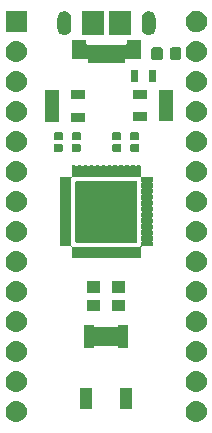
<source format=gbr>
G04 #@! TF.GenerationSoftware,KiCad,Pcbnew,5.0.1-33cea8e~68~ubuntu18.04.1*
G04 #@! TF.CreationDate,2018-11-09T20:27:09+01:00*
G04 #@! TF.ProjectId,Tiny-up5k,54696E792D7570356B2E6B696361645F,rev?*
G04 #@! TF.SameCoordinates,Original*
G04 #@! TF.FileFunction,Soldermask,Top*
G04 #@! TF.FilePolarity,Negative*
%FSLAX46Y46*%
G04 Gerber Fmt 4.6, Leading zero omitted, Abs format (unit mm)*
G04 Created by KiCad (PCBNEW 5.0.1-33cea8e~68~ubuntu18.04.1) date vr 09 nov 2018 20:27:09 CET*
%MOMM*%
%LPD*%
G01*
G04 APERTURE LIST*
%ADD10C,0.100000*%
G04 APERTURE END LIST*
D10*
G36*
X158932432Y-129932122D02*
X159102081Y-129983585D01*
X159258433Y-130067156D01*
X159395475Y-130179625D01*
X159507944Y-130316667D01*
X159591515Y-130473019D01*
X159642978Y-130642668D01*
X159660354Y-130819100D01*
X159642978Y-130995532D01*
X159591515Y-131165181D01*
X159507944Y-131321533D01*
X159395475Y-131458575D01*
X159258433Y-131571044D01*
X159102081Y-131654615D01*
X158932432Y-131706078D01*
X158800211Y-131719100D01*
X158711789Y-131719100D01*
X158579568Y-131706078D01*
X158409919Y-131654615D01*
X158253567Y-131571044D01*
X158116525Y-131458575D01*
X158004056Y-131321533D01*
X157920485Y-131165181D01*
X157869022Y-130995532D01*
X157851646Y-130819100D01*
X157869022Y-130642668D01*
X157920485Y-130473019D01*
X158004056Y-130316667D01*
X158116525Y-130179625D01*
X158253567Y-130067156D01*
X158409919Y-129983585D01*
X158579568Y-129932122D01*
X158711789Y-129919100D01*
X158800211Y-129919100D01*
X158932432Y-129932122D01*
X158932432Y-129932122D01*
G37*
G36*
X143692432Y-129932122D02*
X143862081Y-129983585D01*
X144018433Y-130067156D01*
X144155475Y-130179625D01*
X144267944Y-130316667D01*
X144351515Y-130473019D01*
X144402978Y-130642668D01*
X144420354Y-130819100D01*
X144402978Y-130995532D01*
X144351515Y-131165181D01*
X144267944Y-131321533D01*
X144155475Y-131458575D01*
X144018433Y-131571044D01*
X143862081Y-131654615D01*
X143692432Y-131706078D01*
X143560211Y-131719100D01*
X143471789Y-131719100D01*
X143339568Y-131706078D01*
X143169919Y-131654615D01*
X143013567Y-131571044D01*
X142876525Y-131458575D01*
X142764056Y-131321533D01*
X142680485Y-131165181D01*
X142629022Y-130995532D01*
X142611646Y-130819100D01*
X142629022Y-130642668D01*
X142680485Y-130473019D01*
X142764056Y-130316667D01*
X142876525Y-130179625D01*
X143013567Y-130067156D01*
X143169919Y-129983585D01*
X143339568Y-129932122D01*
X143471789Y-129919100D01*
X143560211Y-129919100D01*
X143692432Y-129932122D01*
X143692432Y-129932122D01*
G37*
G36*
X149930000Y-130623100D02*
X148930000Y-130623100D01*
X148930000Y-128823100D01*
X149930000Y-128823100D01*
X149930000Y-130623100D01*
X149930000Y-130623100D01*
G37*
G36*
X153330000Y-130623100D02*
X152330000Y-130623100D01*
X152330000Y-128823100D01*
X153330000Y-128823100D01*
X153330000Y-130623100D01*
X153330000Y-130623100D01*
G37*
G36*
X143692432Y-127392122D02*
X143862081Y-127443585D01*
X144018433Y-127527156D01*
X144155475Y-127639625D01*
X144267944Y-127776667D01*
X144351515Y-127933019D01*
X144402978Y-128102668D01*
X144420354Y-128279100D01*
X144402978Y-128455532D01*
X144351515Y-128625181D01*
X144267944Y-128781533D01*
X144155475Y-128918575D01*
X144018433Y-129031044D01*
X143862081Y-129114615D01*
X143692432Y-129166078D01*
X143560211Y-129179100D01*
X143471789Y-129179100D01*
X143339568Y-129166078D01*
X143169919Y-129114615D01*
X143013567Y-129031044D01*
X142876525Y-128918575D01*
X142764056Y-128781533D01*
X142680485Y-128625181D01*
X142629022Y-128455532D01*
X142611646Y-128279100D01*
X142629022Y-128102668D01*
X142680485Y-127933019D01*
X142764056Y-127776667D01*
X142876525Y-127639625D01*
X143013567Y-127527156D01*
X143169919Y-127443585D01*
X143339568Y-127392122D01*
X143471789Y-127379100D01*
X143560211Y-127379100D01*
X143692432Y-127392122D01*
X143692432Y-127392122D01*
G37*
G36*
X158932432Y-127392122D02*
X159102081Y-127443585D01*
X159258433Y-127527156D01*
X159395475Y-127639625D01*
X159507944Y-127776667D01*
X159591515Y-127933019D01*
X159642978Y-128102668D01*
X159660354Y-128279100D01*
X159642978Y-128455532D01*
X159591515Y-128625181D01*
X159507944Y-128781533D01*
X159395475Y-128918575D01*
X159258433Y-129031044D01*
X159102081Y-129114615D01*
X158932432Y-129166078D01*
X158800211Y-129179100D01*
X158711789Y-129179100D01*
X158579568Y-129166078D01*
X158409919Y-129114615D01*
X158253567Y-129031044D01*
X158116525Y-128918575D01*
X158004056Y-128781533D01*
X157920485Y-128625181D01*
X157869022Y-128455532D01*
X157851646Y-128279100D01*
X157869022Y-128102668D01*
X157920485Y-127933019D01*
X158004056Y-127776667D01*
X158116525Y-127639625D01*
X158253567Y-127527156D01*
X158409919Y-127443585D01*
X158579568Y-127392122D01*
X158711789Y-127379100D01*
X158800211Y-127379100D01*
X158932432Y-127392122D01*
X158932432Y-127392122D01*
G37*
G36*
X143692432Y-124852122D02*
X143862081Y-124903585D01*
X144018433Y-124987156D01*
X144155475Y-125099625D01*
X144267944Y-125236667D01*
X144351515Y-125393019D01*
X144402978Y-125562668D01*
X144420354Y-125739100D01*
X144402978Y-125915532D01*
X144351515Y-126085181D01*
X144267944Y-126241533D01*
X144155475Y-126378575D01*
X144018433Y-126491044D01*
X143862081Y-126574615D01*
X143692432Y-126626078D01*
X143560211Y-126639100D01*
X143471789Y-126639100D01*
X143339568Y-126626078D01*
X143169919Y-126574615D01*
X143013567Y-126491044D01*
X142876525Y-126378575D01*
X142764056Y-126241533D01*
X142680485Y-126085181D01*
X142629022Y-125915532D01*
X142611646Y-125739100D01*
X142629022Y-125562668D01*
X142680485Y-125393019D01*
X142764056Y-125236667D01*
X142876525Y-125099625D01*
X143013567Y-124987156D01*
X143169919Y-124903585D01*
X143339568Y-124852122D01*
X143471789Y-124839100D01*
X143560211Y-124839100D01*
X143692432Y-124852122D01*
X143692432Y-124852122D01*
G37*
G36*
X158932432Y-124852122D02*
X159102081Y-124903585D01*
X159258433Y-124987156D01*
X159395475Y-125099625D01*
X159507944Y-125236667D01*
X159591515Y-125393019D01*
X159642978Y-125562668D01*
X159660354Y-125739100D01*
X159642978Y-125915532D01*
X159591515Y-126085181D01*
X159507944Y-126241533D01*
X159395475Y-126378575D01*
X159258433Y-126491044D01*
X159102081Y-126574615D01*
X158932432Y-126626078D01*
X158800211Y-126639100D01*
X158711789Y-126639100D01*
X158579568Y-126626078D01*
X158409919Y-126574615D01*
X158253567Y-126491044D01*
X158116525Y-126378575D01*
X158004056Y-126241533D01*
X157920485Y-126085181D01*
X157869022Y-125915532D01*
X157851646Y-125739100D01*
X157869022Y-125562668D01*
X157920485Y-125393019D01*
X158004056Y-125236667D01*
X158116525Y-125099625D01*
X158253567Y-124987156D01*
X158409919Y-124903585D01*
X158579568Y-124852122D01*
X158711789Y-124839100D01*
X158800211Y-124839100D01*
X158932432Y-124852122D01*
X158932432Y-124852122D01*
G37*
G36*
X150105000Y-123560000D02*
X150107402Y-123584386D01*
X150114515Y-123607835D01*
X150126066Y-123629446D01*
X150141612Y-123648388D01*
X150160554Y-123663934D01*
X150182165Y-123675485D01*
X150205614Y-123682598D01*
X150230000Y-123685000D01*
X152030000Y-123685000D01*
X152054386Y-123682598D01*
X152077835Y-123675485D01*
X152099446Y-123663934D01*
X152118388Y-123648388D01*
X152133934Y-123629446D01*
X152145485Y-123607835D01*
X152152598Y-123584386D01*
X152155000Y-123560000D01*
X152155000Y-123510000D01*
X153005000Y-123510000D01*
X153005000Y-125410000D01*
X152155000Y-125410000D01*
X152155000Y-125360000D01*
X152152598Y-125335614D01*
X152145485Y-125312165D01*
X152133934Y-125290554D01*
X152118388Y-125271612D01*
X152099446Y-125256066D01*
X152077835Y-125244515D01*
X152054386Y-125237402D01*
X152030000Y-125235000D01*
X150230000Y-125235000D01*
X150205614Y-125237402D01*
X150182165Y-125244515D01*
X150160554Y-125256066D01*
X150141612Y-125271612D01*
X150126066Y-125290554D01*
X150114515Y-125312165D01*
X150107402Y-125335614D01*
X150105000Y-125360000D01*
X150105000Y-125410000D01*
X149255000Y-125410000D01*
X149255000Y-123510000D01*
X150105000Y-123510000D01*
X150105000Y-123560000D01*
X150105000Y-123560000D01*
G37*
G36*
X143692432Y-122312122D02*
X143862081Y-122363585D01*
X144018433Y-122447156D01*
X144155475Y-122559625D01*
X144267944Y-122696667D01*
X144351515Y-122853019D01*
X144402978Y-123022668D01*
X144420354Y-123199100D01*
X144402978Y-123375532D01*
X144351515Y-123545181D01*
X144267944Y-123701533D01*
X144155475Y-123838575D01*
X144018433Y-123951044D01*
X143862081Y-124034615D01*
X143692432Y-124086078D01*
X143560211Y-124099100D01*
X143471789Y-124099100D01*
X143339568Y-124086078D01*
X143169919Y-124034615D01*
X143013567Y-123951044D01*
X142876525Y-123838575D01*
X142764056Y-123701533D01*
X142680485Y-123545181D01*
X142629022Y-123375532D01*
X142611646Y-123199100D01*
X142629022Y-123022668D01*
X142680485Y-122853019D01*
X142764056Y-122696667D01*
X142876525Y-122559625D01*
X143013567Y-122447156D01*
X143169919Y-122363585D01*
X143339568Y-122312122D01*
X143471789Y-122299100D01*
X143560211Y-122299100D01*
X143692432Y-122312122D01*
X143692432Y-122312122D01*
G37*
G36*
X158932432Y-122312122D02*
X159102081Y-122363585D01*
X159258433Y-122447156D01*
X159395475Y-122559625D01*
X159507944Y-122696667D01*
X159591515Y-122853019D01*
X159642978Y-123022668D01*
X159660354Y-123199100D01*
X159642978Y-123375532D01*
X159591515Y-123545181D01*
X159507944Y-123701533D01*
X159395475Y-123838575D01*
X159258433Y-123951044D01*
X159102081Y-124034615D01*
X158932432Y-124086078D01*
X158800211Y-124099100D01*
X158711789Y-124099100D01*
X158579568Y-124086078D01*
X158409919Y-124034615D01*
X158253567Y-123951044D01*
X158116525Y-123838575D01*
X158004056Y-123701533D01*
X157920485Y-123545181D01*
X157869022Y-123375532D01*
X157851646Y-123199100D01*
X157869022Y-123022668D01*
X157920485Y-122853019D01*
X158004056Y-122696667D01*
X158116525Y-122559625D01*
X158253567Y-122447156D01*
X158409919Y-122363585D01*
X158579568Y-122312122D01*
X158711789Y-122299100D01*
X158800211Y-122299100D01*
X158932432Y-122312122D01*
X158932432Y-122312122D01*
G37*
G36*
X150605000Y-122349000D02*
X149505000Y-122349000D01*
X149505000Y-121349000D01*
X150605000Y-121349000D01*
X150605000Y-122349000D01*
X150605000Y-122349000D01*
G37*
G36*
X152755000Y-122349000D02*
X151655000Y-122349000D01*
X151655000Y-121349000D01*
X152755000Y-121349000D01*
X152755000Y-122349000D01*
X152755000Y-122349000D01*
G37*
G36*
X158932432Y-119772122D02*
X159102081Y-119823585D01*
X159258433Y-119907156D01*
X159395475Y-120019625D01*
X159507944Y-120156667D01*
X159591515Y-120313019D01*
X159642978Y-120482668D01*
X159660354Y-120659100D01*
X159642978Y-120835532D01*
X159591515Y-121005181D01*
X159507944Y-121161533D01*
X159395475Y-121298575D01*
X159258433Y-121411044D01*
X159102081Y-121494615D01*
X158932432Y-121546078D01*
X158800211Y-121559100D01*
X158711789Y-121559100D01*
X158579568Y-121546078D01*
X158409919Y-121494615D01*
X158253567Y-121411044D01*
X158116525Y-121298575D01*
X158004056Y-121161533D01*
X157920485Y-121005181D01*
X157869022Y-120835532D01*
X157851646Y-120659100D01*
X157869022Y-120482668D01*
X157920485Y-120313019D01*
X158004056Y-120156667D01*
X158116525Y-120019625D01*
X158253567Y-119907156D01*
X158409919Y-119823585D01*
X158579568Y-119772122D01*
X158711789Y-119759100D01*
X158800211Y-119759100D01*
X158932432Y-119772122D01*
X158932432Y-119772122D01*
G37*
G36*
X143692432Y-119772122D02*
X143862081Y-119823585D01*
X144018433Y-119907156D01*
X144155475Y-120019625D01*
X144267944Y-120156667D01*
X144351515Y-120313019D01*
X144402978Y-120482668D01*
X144420354Y-120659100D01*
X144402978Y-120835532D01*
X144351515Y-121005181D01*
X144267944Y-121161533D01*
X144155475Y-121298575D01*
X144018433Y-121411044D01*
X143862081Y-121494615D01*
X143692432Y-121546078D01*
X143560211Y-121559100D01*
X143471789Y-121559100D01*
X143339568Y-121546078D01*
X143169919Y-121494615D01*
X143013567Y-121411044D01*
X142876525Y-121298575D01*
X142764056Y-121161533D01*
X142680485Y-121005181D01*
X142629022Y-120835532D01*
X142611646Y-120659100D01*
X142629022Y-120482668D01*
X142680485Y-120313019D01*
X142764056Y-120156667D01*
X142876525Y-120019625D01*
X143013567Y-119907156D01*
X143169919Y-119823585D01*
X143339568Y-119772122D01*
X143471789Y-119759100D01*
X143560211Y-119759100D01*
X143692432Y-119772122D01*
X143692432Y-119772122D01*
G37*
G36*
X150605000Y-120799000D02*
X149505000Y-120799000D01*
X149505000Y-119799000D01*
X150605000Y-119799000D01*
X150605000Y-120799000D01*
X150605000Y-120799000D01*
G37*
G36*
X152755000Y-120799000D02*
X151655000Y-120799000D01*
X151655000Y-119799000D01*
X152755000Y-119799000D01*
X152755000Y-120799000D01*
X152755000Y-120799000D01*
G37*
G36*
X143692432Y-117232122D02*
X143862081Y-117283585D01*
X144018433Y-117367156D01*
X144155475Y-117479625D01*
X144267944Y-117616667D01*
X144351515Y-117773019D01*
X144402978Y-117942668D01*
X144420354Y-118119100D01*
X144402978Y-118295532D01*
X144351515Y-118465181D01*
X144267944Y-118621533D01*
X144155475Y-118758575D01*
X144018433Y-118871044D01*
X143862081Y-118954615D01*
X143692432Y-119006078D01*
X143560211Y-119019100D01*
X143471789Y-119019100D01*
X143339568Y-119006078D01*
X143169919Y-118954615D01*
X143013567Y-118871044D01*
X142876525Y-118758575D01*
X142764056Y-118621533D01*
X142680485Y-118465181D01*
X142629022Y-118295532D01*
X142611646Y-118119100D01*
X142629022Y-117942668D01*
X142680485Y-117773019D01*
X142764056Y-117616667D01*
X142876525Y-117479625D01*
X143013567Y-117367156D01*
X143169919Y-117283585D01*
X143339568Y-117232122D01*
X143471789Y-117219100D01*
X143560211Y-117219100D01*
X143692432Y-117232122D01*
X143692432Y-117232122D01*
G37*
G36*
X158932432Y-117232122D02*
X159102081Y-117283585D01*
X159258433Y-117367156D01*
X159395475Y-117479625D01*
X159507944Y-117616667D01*
X159591515Y-117773019D01*
X159642978Y-117942668D01*
X159660354Y-118119100D01*
X159642978Y-118295532D01*
X159591515Y-118465181D01*
X159507944Y-118621533D01*
X159395475Y-118758575D01*
X159258433Y-118871044D01*
X159102081Y-118954615D01*
X158932432Y-119006078D01*
X158800211Y-119019100D01*
X158711789Y-119019100D01*
X158579568Y-119006078D01*
X158409919Y-118954615D01*
X158253567Y-118871044D01*
X158116525Y-118758575D01*
X158004056Y-118621533D01*
X157920485Y-118465181D01*
X157869022Y-118295532D01*
X157851646Y-118119100D01*
X157869022Y-117942668D01*
X157920485Y-117773019D01*
X158004056Y-117616667D01*
X158116525Y-117479625D01*
X158253567Y-117367156D01*
X158409919Y-117283585D01*
X158579568Y-117232122D01*
X158711789Y-117219100D01*
X158800211Y-117219100D01*
X158932432Y-117232122D01*
X158932432Y-117232122D01*
G37*
G36*
X148534761Y-109995073D02*
X148539335Y-109996461D01*
X148543550Y-109998714D01*
X148550700Y-110004582D01*
X148571075Y-110018196D01*
X148593714Y-110027573D01*
X148617747Y-110032354D01*
X148642251Y-110032354D01*
X148666285Y-110027574D01*
X148688924Y-110018197D01*
X148709300Y-110004582D01*
X148716450Y-109998714D01*
X148720665Y-109996461D01*
X148725239Y-109995073D01*
X148736138Y-109994000D01*
X149023862Y-109994000D01*
X149034761Y-109995073D01*
X149039335Y-109996461D01*
X149043550Y-109998714D01*
X149050700Y-110004582D01*
X149071075Y-110018196D01*
X149093714Y-110027573D01*
X149117747Y-110032354D01*
X149142251Y-110032354D01*
X149166285Y-110027574D01*
X149188924Y-110018197D01*
X149209300Y-110004582D01*
X149216450Y-109998714D01*
X149220665Y-109996461D01*
X149225239Y-109995073D01*
X149236138Y-109994000D01*
X149523862Y-109994000D01*
X149534761Y-109995073D01*
X149539335Y-109996461D01*
X149543550Y-109998714D01*
X149550700Y-110004582D01*
X149571075Y-110018196D01*
X149593714Y-110027573D01*
X149617747Y-110032354D01*
X149642251Y-110032354D01*
X149666285Y-110027574D01*
X149688924Y-110018197D01*
X149709300Y-110004582D01*
X149716450Y-109998714D01*
X149720665Y-109996461D01*
X149725239Y-109995073D01*
X149736138Y-109994000D01*
X150023862Y-109994000D01*
X150034761Y-109995073D01*
X150039335Y-109996461D01*
X150043550Y-109998714D01*
X150050700Y-110004582D01*
X150071075Y-110018196D01*
X150093714Y-110027573D01*
X150117747Y-110032354D01*
X150142251Y-110032354D01*
X150166285Y-110027574D01*
X150188924Y-110018197D01*
X150209300Y-110004582D01*
X150216450Y-109998714D01*
X150220665Y-109996461D01*
X150225239Y-109995073D01*
X150236138Y-109994000D01*
X150523862Y-109994000D01*
X150534761Y-109995073D01*
X150539335Y-109996461D01*
X150543550Y-109998714D01*
X150550700Y-110004582D01*
X150571075Y-110018196D01*
X150593714Y-110027573D01*
X150617747Y-110032354D01*
X150642251Y-110032354D01*
X150666285Y-110027574D01*
X150688924Y-110018197D01*
X150709300Y-110004582D01*
X150716450Y-109998714D01*
X150720665Y-109996461D01*
X150725239Y-109995073D01*
X150736138Y-109994000D01*
X151023862Y-109994000D01*
X151034761Y-109995073D01*
X151039335Y-109996461D01*
X151043550Y-109998714D01*
X151050700Y-110004582D01*
X151071075Y-110018196D01*
X151093714Y-110027573D01*
X151117747Y-110032354D01*
X151142251Y-110032354D01*
X151166285Y-110027574D01*
X151188924Y-110018197D01*
X151209300Y-110004582D01*
X151216450Y-109998714D01*
X151220665Y-109996461D01*
X151225239Y-109995073D01*
X151236138Y-109994000D01*
X151523862Y-109994000D01*
X151534761Y-109995073D01*
X151539335Y-109996461D01*
X151543550Y-109998714D01*
X151550700Y-110004582D01*
X151571075Y-110018196D01*
X151593714Y-110027573D01*
X151617747Y-110032354D01*
X151642251Y-110032354D01*
X151666285Y-110027574D01*
X151688924Y-110018197D01*
X151709300Y-110004582D01*
X151716450Y-109998714D01*
X151720665Y-109996461D01*
X151725239Y-109995073D01*
X151736138Y-109994000D01*
X152023862Y-109994000D01*
X152034761Y-109995073D01*
X152039335Y-109996461D01*
X152043550Y-109998714D01*
X152050700Y-110004582D01*
X152071075Y-110018196D01*
X152093714Y-110027573D01*
X152117747Y-110032354D01*
X152142251Y-110032354D01*
X152166285Y-110027574D01*
X152188924Y-110018197D01*
X152209300Y-110004582D01*
X152216450Y-109998714D01*
X152220665Y-109996461D01*
X152225239Y-109995073D01*
X152236138Y-109994000D01*
X152523862Y-109994000D01*
X152534761Y-109995073D01*
X152539335Y-109996461D01*
X152543550Y-109998714D01*
X152550700Y-110004582D01*
X152571075Y-110018196D01*
X152593714Y-110027573D01*
X152617747Y-110032354D01*
X152642251Y-110032354D01*
X152666285Y-110027574D01*
X152688924Y-110018197D01*
X152709300Y-110004582D01*
X152716450Y-109998714D01*
X152720665Y-109996461D01*
X152725239Y-109995073D01*
X152736138Y-109994000D01*
X153023862Y-109994000D01*
X153034761Y-109995073D01*
X153039335Y-109996461D01*
X153043550Y-109998714D01*
X153050700Y-110004582D01*
X153071075Y-110018196D01*
X153093714Y-110027573D01*
X153117747Y-110032354D01*
X153142251Y-110032354D01*
X153166285Y-110027574D01*
X153188924Y-110018197D01*
X153209300Y-110004582D01*
X153216450Y-109998714D01*
X153220665Y-109996461D01*
X153225239Y-109995073D01*
X153236138Y-109994000D01*
X153523862Y-109994000D01*
X153534761Y-109995073D01*
X153539335Y-109996461D01*
X153543550Y-109998714D01*
X153550700Y-110004582D01*
X153571075Y-110018196D01*
X153593714Y-110027573D01*
X153617747Y-110032354D01*
X153642251Y-110032354D01*
X153666285Y-110027574D01*
X153688924Y-110018197D01*
X153709300Y-110004582D01*
X153716450Y-109998714D01*
X153720665Y-109996461D01*
X153725239Y-109995073D01*
X153736138Y-109994000D01*
X154023862Y-109994000D01*
X154034761Y-109995073D01*
X154039335Y-109996461D01*
X154043553Y-109998716D01*
X154047250Y-110001750D01*
X154050284Y-110005447D01*
X154052539Y-110009665D01*
X154053927Y-110014239D01*
X154055000Y-110025138D01*
X154055000Y-110869000D01*
X154057402Y-110893386D01*
X154064515Y-110916835D01*
X154076066Y-110938446D01*
X154091612Y-110957388D01*
X154110554Y-110972934D01*
X154132165Y-110984485D01*
X154155614Y-110991598D01*
X154180000Y-110994000D01*
X155023862Y-110994000D01*
X155034761Y-110995073D01*
X155039335Y-110996461D01*
X155043553Y-110998716D01*
X155047250Y-111001750D01*
X155050284Y-111005447D01*
X155052539Y-111009665D01*
X155053927Y-111014239D01*
X155055000Y-111025138D01*
X155055000Y-111312862D01*
X155053927Y-111323761D01*
X155052539Y-111328335D01*
X155050286Y-111332550D01*
X155044418Y-111339700D01*
X155030804Y-111360075D01*
X155021427Y-111382714D01*
X155016646Y-111406747D01*
X155016646Y-111431251D01*
X155021426Y-111455285D01*
X155030803Y-111477924D01*
X155044418Y-111498300D01*
X155050286Y-111505450D01*
X155052539Y-111509665D01*
X155053927Y-111514239D01*
X155055000Y-111525138D01*
X155055000Y-111812862D01*
X155053927Y-111823761D01*
X155052539Y-111828335D01*
X155050286Y-111832550D01*
X155044418Y-111839700D01*
X155030804Y-111860075D01*
X155021427Y-111882714D01*
X155016646Y-111906747D01*
X155016646Y-111931251D01*
X155021426Y-111955285D01*
X155030803Y-111977924D01*
X155044418Y-111998300D01*
X155050286Y-112005450D01*
X155052539Y-112009665D01*
X155053927Y-112014239D01*
X155055000Y-112025138D01*
X155055000Y-112312862D01*
X155053927Y-112323761D01*
X155052539Y-112328335D01*
X155050286Y-112332550D01*
X155044418Y-112339700D01*
X155030804Y-112360075D01*
X155021427Y-112382714D01*
X155016646Y-112406747D01*
X155016646Y-112431251D01*
X155021426Y-112455285D01*
X155030803Y-112477924D01*
X155044418Y-112498300D01*
X155050286Y-112505450D01*
X155052539Y-112509665D01*
X155053927Y-112514239D01*
X155055000Y-112525138D01*
X155055000Y-112812862D01*
X155053927Y-112823761D01*
X155052539Y-112828335D01*
X155050286Y-112832550D01*
X155044418Y-112839700D01*
X155030804Y-112860075D01*
X155021427Y-112882714D01*
X155016646Y-112906747D01*
X155016646Y-112931251D01*
X155021426Y-112955285D01*
X155030803Y-112977924D01*
X155044418Y-112998300D01*
X155050286Y-113005450D01*
X155052539Y-113009665D01*
X155053927Y-113014239D01*
X155055000Y-113025138D01*
X155055000Y-113312862D01*
X155053927Y-113323761D01*
X155052539Y-113328335D01*
X155050286Y-113332550D01*
X155044418Y-113339700D01*
X155030804Y-113360075D01*
X155021427Y-113382714D01*
X155016646Y-113406747D01*
X155016646Y-113431251D01*
X155021426Y-113455285D01*
X155030803Y-113477924D01*
X155044418Y-113498300D01*
X155050286Y-113505450D01*
X155052539Y-113509665D01*
X155053927Y-113514239D01*
X155055000Y-113525138D01*
X155055000Y-113812862D01*
X155053927Y-113823761D01*
X155052539Y-113828335D01*
X155050286Y-113832550D01*
X155044418Y-113839700D01*
X155030804Y-113860075D01*
X155021427Y-113882714D01*
X155016646Y-113906747D01*
X155016646Y-113931251D01*
X155021426Y-113955285D01*
X155030803Y-113977924D01*
X155044418Y-113998300D01*
X155050286Y-114005450D01*
X155052539Y-114009665D01*
X155053927Y-114014239D01*
X155055000Y-114025138D01*
X155055000Y-114312862D01*
X155053927Y-114323761D01*
X155052539Y-114328335D01*
X155050286Y-114332550D01*
X155044418Y-114339700D01*
X155030804Y-114360075D01*
X155021427Y-114382714D01*
X155016646Y-114406747D01*
X155016646Y-114431251D01*
X155021426Y-114455285D01*
X155030803Y-114477924D01*
X155044418Y-114498300D01*
X155050286Y-114505450D01*
X155052539Y-114509665D01*
X155053927Y-114514239D01*
X155055000Y-114525138D01*
X155055000Y-114812862D01*
X155053927Y-114823761D01*
X155052539Y-114828335D01*
X155050286Y-114832550D01*
X155044418Y-114839700D01*
X155030804Y-114860075D01*
X155021427Y-114882714D01*
X155016646Y-114906747D01*
X155016646Y-114931251D01*
X155021426Y-114955285D01*
X155030803Y-114977924D01*
X155044418Y-114998300D01*
X155050286Y-115005450D01*
X155052539Y-115009665D01*
X155053927Y-115014239D01*
X155055000Y-115025138D01*
X155055000Y-115312862D01*
X155053927Y-115323761D01*
X155052539Y-115328335D01*
X155050286Y-115332550D01*
X155044418Y-115339700D01*
X155030804Y-115360075D01*
X155021427Y-115382714D01*
X155016646Y-115406747D01*
X155016646Y-115431251D01*
X155021426Y-115455285D01*
X155030803Y-115477924D01*
X155044418Y-115498300D01*
X155050286Y-115505450D01*
X155052539Y-115509665D01*
X155053927Y-115514239D01*
X155055000Y-115525138D01*
X155055000Y-115812862D01*
X155053927Y-115823761D01*
X155052539Y-115828335D01*
X155050286Y-115832550D01*
X155044418Y-115839700D01*
X155030804Y-115860075D01*
X155021427Y-115882714D01*
X155016646Y-115906747D01*
X155016646Y-115931251D01*
X155021426Y-115955285D01*
X155030803Y-115977924D01*
X155044418Y-115998300D01*
X155050286Y-116005450D01*
X155052539Y-116009665D01*
X155053927Y-116014239D01*
X155055000Y-116025138D01*
X155055000Y-116312862D01*
X155053927Y-116323761D01*
X155052539Y-116328335D01*
X155050286Y-116332550D01*
X155044418Y-116339700D01*
X155030804Y-116360075D01*
X155021427Y-116382714D01*
X155016646Y-116406747D01*
X155016646Y-116431251D01*
X155021426Y-116455285D01*
X155030803Y-116477924D01*
X155044418Y-116498300D01*
X155050286Y-116505450D01*
X155052539Y-116509665D01*
X155053927Y-116514239D01*
X155055000Y-116525138D01*
X155055000Y-116812862D01*
X155053927Y-116823761D01*
X155052539Y-116828335D01*
X155050284Y-116832553D01*
X155047250Y-116836250D01*
X155043553Y-116839284D01*
X155039335Y-116841539D01*
X155034761Y-116842927D01*
X155023862Y-116844000D01*
X154180000Y-116844000D01*
X154155614Y-116846402D01*
X154132165Y-116853515D01*
X154110554Y-116865066D01*
X154091612Y-116880612D01*
X154076066Y-116899554D01*
X154064515Y-116921165D01*
X154057402Y-116944614D01*
X154055000Y-116969000D01*
X154055000Y-117812862D01*
X154053927Y-117823761D01*
X154052539Y-117828335D01*
X154050284Y-117832553D01*
X154047250Y-117836250D01*
X154043553Y-117839284D01*
X154039335Y-117841539D01*
X154034761Y-117842927D01*
X154023862Y-117844000D01*
X153736138Y-117844000D01*
X153725239Y-117842927D01*
X153720665Y-117841539D01*
X153716450Y-117839286D01*
X153709300Y-117833418D01*
X153688925Y-117819804D01*
X153666286Y-117810427D01*
X153642253Y-117805646D01*
X153617749Y-117805646D01*
X153593715Y-117810426D01*
X153571076Y-117819803D01*
X153550700Y-117833418D01*
X153543550Y-117839286D01*
X153539335Y-117841539D01*
X153534761Y-117842927D01*
X153523862Y-117844000D01*
X153236138Y-117844000D01*
X153225239Y-117842927D01*
X153220665Y-117841539D01*
X153216450Y-117839286D01*
X153209300Y-117833418D01*
X153188925Y-117819804D01*
X153166286Y-117810427D01*
X153142253Y-117805646D01*
X153117749Y-117805646D01*
X153093715Y-117810426D01*
X153071076Y-117819803D01*
X153050700Y-117833418D01*
X153043550Y-117839286D01*
X153039335Y-117841539D01*
X153034761Y-117842927D01*
X153023862Y-117844000D01*
X152736138Y-117844000D01*
X152725239Y-117842927D01*
X152720665Y-117841539D01*
X152716450Y-117839286D01*
X152709300Y-117833418D01*
X152688925Y-117819804D01*
X152666286Y-117810427D01*
X152642253Y-117805646D01*
X152617749Y-117805646D01*
X152593715Y-117810426D01*
X152571076Y-117819803D01*
X152550700Y-117833418D01*
X152543550Y-117839286D01*
X152539335Y-117841539D01*
X152534761Y-117842927D01*
X152523862Y-117844000D01*
X152236138Y-117844000D01*
X152225239Y-117842927D01*
X152220665Y-117841539D01*
X152216450Y-117839286D01*
X152209300Y-117833418D01*
X152188925Y-117819804D01*
X152166286Y-117810427D01*
X152142253Y-117805646D01*
X152117749Y-117805646D01*
X152093715Y-117810426D01*
X152071076Y-117819803D01*
X152050700Y-117833418D01*
X152043550Y-117839286D01*
X152039335Y-117841539D01*
X152034761Y-117842927D01*
X152023862Y-117844000D01*
X151736138Y-117844000D01*
X151725239Y-117842927D01*
X151720665Y-117841539D01*
X151716450Y-117839286D01*
X151709300Y-117833418D01*
X151688925Y-117819804D01*
X151666286Y-117810427D01*
X151642253Y-117805646D01*
X151617749Y-117805646D01*
X151593715Y-117810426D01*
X151571076Y-117819803D01*
X151550700Y-117833418D01*
X151543550Y-117839286D01*
X151539335Y-117841539D01*
X151534761Y-117842927D01*
X151523862Y-117844000D01*
X151236138Y-117844000D01*
X151225239Y-117842927D01*
X151220665Y-117841539D01*
X151216450Y-117839286D01*
X151209300Y-117833418D01*
X151188925Y-117819804D01*
X151166286Y-117810427D01*
X151142253Y-117805646D01*
X151117749Y-117805646D01*
X151093715Y-117810426D01*
X151071076Y-117819803D01*
X151050700Y-117833418D01*
X151043550Y-117839286D01*
X151039335Y-117841539D01*
X151034761Y-117842927D01*
X151023862Y-117844000D01*
X150736138Y-117844000D01*
X150725239Y-117842927D01*
X150720665Y-117841539D01*
X150716450Y-117839286D01*
X150709300Y-117833418D01*
X150688925Y-117819804D01*
X150666286Y-117810427D01*
X150642253Y-117805646D01*
X150617749Y-117805646D01*
X150593715Y-117810426D01*
X150571076Y-117819803D01*
X150550700Y-117833418D01*
X150543550Y-117839286D01*
X150539335Y-117841539D01*
X150534761Y-117842927D01*
X150523862Y-117844000D01*
X150236138Y-117844000D01*
X150225239Y-117842927D01*
X150220665Y-117841539D01*
X150216450Y-117839286D01*
X150209300Y-117833418D01*
X150188925Y-117819804D01*
X150166286Y-117810427D01*
X150142253Y-117805646D01*
X150117749Y-117805646D01*
X150093715Y-117810426D01*
X150071076Y-117819803D01*
X150050700Y-117833418D01*
X150043550Y-117839286D01*
X150039335Y-117841539D01*
X150034761Y-117842927D01*
X150023862Y-117844000D01*
X149736138Y-117844000D01*
X149725239Y-117842927D01*
X149720665Y-117841539D01*
X149716450Y-117839286D01*
X149709300Y-117833418D01*
X149688925Y-117819804D01*
X149666286Y-117810427D01*
X149642253Y-117805646D01*
X149617749Y-117805646D01*
X149593715Y-117810426D01*
X149571076Y-117819803D01*
X149550700Y-117833418D01*
X149543550Y-117839286D01*
X149539335Y-117841539D01*
X149534761Y-117842927D01*
X149523862Y-117844000D01*
X149236138Y-117844000D01*
X149225239Y-117842927D01*
X149220665Y-117841539D01*
X149216450Y-117839286D01*
X149209300Y-117833418D01*
X149188925Y-117819804D01*
X149166286Y-117810427D01*
X149142253Y-117805646D01*
X149117749Y-117805646D01*
X149093715Y-117810426D01*
X149071076Y-117819803D01*
X149050700Y-117833418D01*
X149043550Y-117839286D01*
X149039335Y-117841539D01*
X149034761Y-117842927D01*
X149023862Y-117844000D01*
X148736138Y-117844000D01*
X148725239Y-117842927D01*
X148720665Y-117841539D01*
X148716450Y-117839286D01*
X148709300Y-117833418D01*
X148688925Y-117819804D01*
X148666286Y-117810427D01*
X148642253Y-117805646D01*
X148617749Y-117805646D01*
X148593715Y-117810426D01*
X148571076Y-117819803D01*
X148550700Y-117833418D01*
X148543550Y-117839286D01*
X148539335Y-117841539D01*
X148534761Y-117842927D01*
X148523862Y-117844000D01*
X148236138Y-117844000D01*
X148225239Y-117842927D01*
X148220665Y-117841539D01*
X148216447Y-117839284D01*
X148212750Y-117836250D01*
X148209716Y-117832553D01*
X148207461Y-117828335D01*
X148206073Y-117823761D01*
X148205000Y-117812862D01*
X148205000Y-116969000D01*
X148202598Y-116944614D01*
X148195485Y-116921165D01*
X148183934Y-116899554D01*
X148168388Y-116880612D01*
X148149446Y-116865066D01*
X148127835Y-116853515D01*
X148104386Y-116846402D01*
X148080000Y-116844000D01*
X147236138Y-116844000D01*
X147225239Y-116842927D01*
X147220665Y-116841539D01*
X147216447Y-116839284D01*
X147212750Y-116836250D01*
X147209716Y-116832553D01*
X147207461Y-116828335D01*
X147206073Y-116823761D01*
X147205000Y-116812862D01*
X147205000Y-116525138D01*
X147206073Y-116514239D01*
X147207461Y-116509665D01*
X147209714Y-116505450D01*
X147215582Y-116498300D01*
X147229196Y-116477925D01*
X147238573Y-116455286D01*
X147243354Y-116431253D01*
X147243354Y-116406749D01*
X147238574Y-116382715D01*
X147229197Y-116360076D01*
X147215582Y-116339700D01*
X147209714Y-116332550D01*
X147207461Y-116328335D01*
X147206073Y-116323761D01*
X147205000Y-116312862D01*
X147205000Y-116025138D01*
X147206073Y-116014239D01*
X147207461Y-116009665D01*
X147209714Y-116005450D01*
X147215582Y-115998300D01*
X147229196Y-115977925D01*
X147238573Y-115955286D01*
X147243354Y-115931253D01*
X147243354Y-115906749D01*
X147238574Y-115882715D01*
X147229197Y-115860076D01*
X147215582Y-115839700D01*
X147209714Y-115832550D01*
X147207461Y-115828335D01*
X147206073Y-115823761D01*
X147205000Y-115812862D01*
X147205000Y-115525138D01*
X147206073Y-115514239D01*
X147207461Y-115509665D01*
X147209714Y-115505450D01*
X147215582Y-115498300D01*
X147229196Y-115477925D01*
X147238573Y-115455286D01*
X147243354Y-115431253D01*
X147243354Y-115406749D01*
X147238574Y-115382715D01*
X147229197Y-115360076D01*
X147215582Y-115339700D01*
X147209714Y-115332550D01*
X147207461Y-115328335D01*
X147206073Y-115323761D01*
X147205000Y-115312862D01*
X147205000Y-115025138D01*
X147206073Y-115014239D01*
X147207461Y-115009665D01*
X147209714Y-115005450D01*
X147215582Y-114998300D01*
X147229196Y-114977925D01*
X147238573Y-114955286D01*
X147243354Y-114931253D01*
X147243354Y-114906749D01*
X147238574Y-114882715D01*
X147229197Y-114860076D01*
X147215582Y-114839700D01*
X147209714Y-114832550D01*
X147207461Y-114828335D01*
X147206073Y-114823761D01*
X147205000Y-114812862D01*
X147205000Y-114525138D01*
X147206073Y-114514239D01*
X147207461Y-114509665D01*
X147209714Y-114505450D01*
X147215582Y-114498300D01*
X147229196Y-114477925D01*
X147238573Y-114455286D01*
X147243354Y-114431253D01*
X147243354Y-114406749D01*
X147238574Y-114382715D01*
X147229197Y-114360076D01*
X147215582Y-114339700D01*
X147209714Y-114332550D01*
X147207461Y-114328335D01*
X147206073Y-114323761D01*
X147205000Y-114312862D01*
X147205000Y-114025138D01*
X147206073Y-114014239D01*
X147207461Y-114009665D01*
X147209714Y-114005450D01*
X147215582Y-113998300D01*
X147229196Y-113977925D01*
X147238573Y-113955286D01*
X147243354Y-113931253D01*
X147243354Y-113906749D01*
X147238574Y-113882715D01*
X147229197Y-113860076D01*
X147215582Y-113839700D01*
X147209714Y-113832550D01*
X147207461Y-113828335D01*
X147206073Y-113823761D01*
X147205000Y-113812862D01*
X147205000Y-113525138D01*
X147206073Y-113514239D01*
X147207461Y-113509665D01*
X147209714Y-113505450D01*
X147215582Y-113498300D01*
X147229196Y-113477925D01*
X147238573Y-113455286D01*
X147243354Y-113431253D01*
X147243354Y-113406749D01*
X147238574Y-113382715D01*
X147229197Y-113360076D01*
X147215582Y-113339700D01*
X147209714Y-113332550D01*
X147207461Y-113328335D01*
X147206073Y-113323761D01*
X147205000Y-113312862D01*
X147205000Y-113025138D01*
X147206073Y-113014239D01*
X147207461Y-113009665D01*
X147209714Y-113005450D01*
X147215582Y-112998300D01*
X147229196Y-112977925D01*
X147238573Y-112955286D01*
X147243354Y-112931253D01*
X147243354Y-112906749D01*
X147238574Y-112882715D01*
X147229197Y-112860076D01*
X147215582Y-112839700D01*
X147209714Y-112832550D01*
X147207461Y-112828335D01*
X147206073Y-112823761D01*
X147205000Y-112812862D01*
X147205000Y-112525138D01*
X147206073Y-112514239D01*
X147207461Y-112509665D01*
X147209714Y-112505450D01*
X147215582Y-112498300D01*
X147229196Y-112477925D01*
X147238573Y-112455286D01*
X147243354Y-112431253D01*
X147243354Y-112406749D01*
X147238574Y-112382715D01*
X147229197Y-112360076D01*
X147215582Y-112339700D01*
X147209714Y-112332550D01*
X147207461Y-112328335D01*
X147206073Y-112323761D01*
X147205000Y-112312862D01*
X147205000Y-112025138D01*
X147206073Y-112014239D01*
X147207461Y-112009665D01*
X147209714Y-112005450D01*
X147215582Y-111998300D01*
X147229196Y-111977925D01*
X147238573Y-111955286D01*
X147243354Y-111931253D01*
X147243354Y-111906749D01*
X147238574Y-111882715D01*
X147229197Y-111860076D01*
X147215582Y-111839700D01*
X147209714Y-111832550D01*
X147207461Y-111828335D01*
X147206073Y-111823761D01*
X147205000Y-111812862D01*
X147205000Y-111525138D01*
X147206073Y-111514239D01*
X147207461Y-111509665D01*
X147209714Y-111505450D01*
X147215582Y-111498300D01*
X147229196Y-111477925D01*
X147238573Y-111455286D01*
X147243354Y-111431253D01*
X147243354Y-111406749D01*
X147243354Y-111406747D01*
X148141646Y-111406747D01*
X148141646Y-111431251D01*
X148146426Y-111455285D01*
X148155803Y-111477924D01*
X148169418Y-111498300D01*
X148175286Y-111505450D01*
X148177539Y-111509665D01*
X148178927Y-111514239D01*
X148180000Y-111525138D01*
X148180000Y-111812862D01*
X148178927Y-111823761D01*
X148177539Y-111828335D01*
X148175286Y-111832550D01*
X148169418Y-111839700D01*
X148155804Y-111860075D01*
X148146427Y-111882714D01*
X148141646Y-111906747D01*
X148141646Y-111931251D01*
X148146426Y-111955285D01*
X148155803Y-111977924D01*
X148169418Y-111998300D01*
X148175286Y-112005450D01*
X148177539Y-112009665D01*
X148178927Y-112014239D01*
X148180000Y-112025138D01*
X148180000Y-112312862D01*
X148178927Y-112323761D01*
X148177539Y-112328335D01*
X148175286Y-112332550D01*
X148169418Y-112339700D01*
X148155804Y-112360075D01*
X148146427Y-112382714D01*
X148141646Y-112406747D01*
X148141646Y-112431251D01*
X148146426Y-112455285D01*
X148155803Y-112477924D01*
X148169418Y-112498300D01*
X148175286Y-112505450D01*
X148177539Y-112509665D01*
X148178927Y-112514239D01*
X148180000Y-112525138D01*
X148180000Y-112812862D01*
X148178927Y-112823761D01*
X148177539Y-112828335D01*
X148175286Y-112832550D01*
X148169418Y-112839700D01*
X148155804Y-112860075D01*
X148146427Y-112882714D01*
X148141646Y-112906747D01*
X148141646Y-112931251D01*
X148146426Y-112955285D01*
X148155803Y-112977924D01*
X148169418Y-112998300D01*
X148175286Y-113005450D01*
X148177539Y-113009665D01*
X148178927Y-113014239D01*
X148180000Y-113025138D01*
X148180000Y-113312862D01*
X148178927Y-113323761D01*
X148177539Y-113328335D01*
X148175286Y-113332550D01*
X148169418Y-113339700D01*
X148155804Y-113360075D01*
X148146427Y-113382714D01*
X148141646Y-113406747D01*
X148141646Y-113431251D01*
X148146426Y-113455285D01*
X148155803Y-113477924D01*
X148169418Y-113498300D01*
X148175286Y-113505450D01*
X148177539Y-113509665D01*
X148178927Y-113514239D01*
X148180000Y-113525138D01*
X148180000Y-113812862D01*
X148178927Y-113823761D01*
X148177539Y-113828335D01*
X148175286Y-113832550D01*
X148169418Y-113839700D01*
X148155804Y-113860075D01*
X148146427Y-113882714D01*
X148141646Y-113906747D01*
X148141646Y-113931251D01*
X148146426Y-113955285D01*
X148155803Y-113977924D01*
X148169418Y-113998300D01*
X148175286Y-114005450D01*
X148177539Y-114009665D01*
X148178927Y-114014239D01*
X148180000Y-114025138D01*
X148180000Y-114312862D01*
X148178927Y-114323761D01*
X148177539Y-114328335D01*
X148175286Y-114332550D01*
X148169418Y-114339700D01*
X148155804Y-114360075D01*
X148146427Y-114382714D01*
X148141646Y-114406747D01*
X148141646Y-114431251D01*
X148146426Y-114455285D01*
X148155803Y-114477924D01*
X148169418Y-114498300D01*
X148175286Y-114505450D01*
X148177539Y-114509665D01*
X148178927Y-114514239D01*
X148180000Y-114525138D01*
X148180000Y-114812862D01*
X148178927Y-114823761D01*
X148177539Y-114828335D01*
X148175286Y-114832550D01*
X148169418Y-114839700D01*
X148155804Y-114860075D01*
X148146427Y-114882714D01*
X148141646Y-114906747D01*
X148141646Y-114931251D01*
X148146426Y-114955285D01*
X148155803Y-114977924D01*
X148169418Y-114998300D01*
X148175286Y-115005450D01*
X148177539Y-115009665D01*
X148178927Y-115014239D01*
X148180000Y-115025138D01*
X148180000Y-115312862D01*
X148178927Y-115323761D01*
X148177539Y-115328335D01*
X148175286Y-115332550D01*
X148169418Y-115339700D01*
X148155804Y-115360075D01*
X148146427Y-115382714D01*
X148141646Y-115406747D01*
X148141646Y-115431251D01*
X148146426Y-115455285D01*
X148155803Y-115477924D01*
X148169418Y-115498300D01*
X148175286Y-115505450D01*
X148177539Y-115509665D01*
X148178927Y-115514239D01*
X148180000Y-115525138D01*
X148180000Y-115812862D01*
X148178927Y-115823761D01*
X148177539Y-115828335D01*
X148175286Y-115832550D01*
X148169418Y-115839700D01*
X148155804Y-115860075D01*
X148146427Y-115882714D01*
X148141646Y-115906747D01*
X148141646Y-115931251D01*
X148146426Y-115955285D01*
X148155803Y-115977924D01*
X148169418Y-115998300D01*
X148175286Y-116005450D01*
X148177539Y-116009665D01*
X148178927Y-116014239D01*
X148180000Y-116025138D01*
X148180000Y-116312862D01*
X148178927Y-116323761D01*
X148177539Y-116328335D01*
X148175286Y-116332550D01*
X148169418Y-116339700D01*
X148155804Y-116360075D01*
X148146427Y-116382714D01*
X148141646Y-116406747D01*
X148141646Y-116431251D01*
X148146426Y-116455285D01*
X148155803Y-116477924D01*
X148169418Y-116498300D01*
X148175286Y-116505450D01*
X148177539Y-116509665D01*
X148178927Y-116514239D01*
X148180000Y-116525138D01*
X148180000Y-116744000D01*
X148182402Y-116768386D01*
X148189515Y-116791835D01*
X148201066Y-116813446D01*
X148216612Y-116832388D01*
X148235554Y-116847934D01*
X148257165Y-116859485D01*
X148280614Y-116866598D01*
X148305000Y-116869000D01*
X148523862Y-116869000D01*
X148534761Y-116870073D01*
X148539335Y-116871461D01*
X148543550Y-116873714D01*
X148550700Y-116879582D01*
X148571075Y-116893196D01*
X148593714Y-116902573D01*
X148617747Y-116907354D01*
X148642251Y-116907354D01*
X148666285Y-116902574D01*
X148688924Y-116893197D01*
X148709300Y-116879582D01*
X148716450Y-116873714D01*
X148720665Y-116871461D01*
X148725239Y-116870073D01*
X148736138Y-116869000D01*
X149023862Y-116869000D01*
X149034761Y-116870073D01*
X149039335Y-116871461D01*
X149043550Y-116873714D01*
X149050700Y-116879582D01*
X149071075Y-116893196D01*
X149093714Y-116902573D01*
X149117747Y-116907354D01*
X149142251Y-116907354D01*
X149166285Y-116902574D01*
X149188924Y-116893197D01*
X149209300Y-116879582D01*
X149216450Y-116873714D01*
X149220665Y-116871461D01*
X149225239Y-116870073D01*
X149236138Y-116869000D01*
X149523862Y-116869000D01*
X149534761Y-116870073D01*
X149539335Y-116871461D01*
X149543550Y-116873714D01*
X149550700Y-116879582D01*
X149571075Y-116893196D01*
X149593714Y-116902573D01*
X149617747Y-116907354D01*
X149642251Y-116907354D01*
X149666285Y-116902574D01*
X149688924Y-116893197D01*
X149709300Y-116879582D01*
X149716450Y-116873714D01*
X149720665Y-116871461D01*
X149725239Y-116870073D01*
X149736138Y-116869000D01*
X150023862Y-116869000D01*
X150034761Y-116870073D01*
X150039335Y-116871461D01*
X150043550Y-116873714D01*
X150050700Y-116879582D01*
X150071075Y-116893196D01*
X150093714Y-116902573D01*
X150117747Y-116907354D01*
X150142251Y-116907354D01*
X150166285Y-116902574D01*
X150188924Y-116893197D01*
X150209300Y-116879582D01*
X150216450Y-116873714D01*
X150220665Y-116871461D01*
X150225239Y-116870073D01*
X150236138Y-116869000D01*
X150523862Y-116869000D01*
X150534761Y-116870073D01*
X150539335Y-116871461D01*
X150543550Y-116873714D01*
X150550700Y-116879582D01*
X150571075Y-116893196D01*
X150593714Y-116902573D01*
X150617747Y-116907354D01*
X150642251Y-116907354D01*
X150666285Y-116902574D01*
X150688924Y-116893197D01*
X150709300Y-116879582D01*
X150716450Y-116873714D01*
X150720665Y-116871461D01*
X150725239Y-116870073D01*
X150736138Y-116869000D01*
X151023862Y-116869000D01*
X151034761Y-116870073D01*
X151039335Y-116871461D01*
X151043550Y-116873714D01*
X151050700Y-116879582D01*
X151071075Y-116893196D01*
X151093714Y-116902573D01*
X151117747Y-116907354D01*
X151142251Y-116907354D01*
X151166285Y-116902574D01*
X151188924Y-116893197D01*
X151209300Y-116879582D01*
X151216450Y-116873714D01*
X151220665Y-116871461D01*
X151225239Y-116870073D01*
X151236138Y-116869000D01*
X151523862Y-116869000D01*
X151534761Y-116870073D01*
X151539335Y-116871461D01*
X151543550Y-116873714D01*
X151550700Y-116879582D01*
X151571075Y-116893196D01*
X151593714Y-116902573D01*
X151617747Y-116907354D01*
X151642251Y-116907354D01*
X151666285Y-116902574D01*
X151688924Y-116893197D01*
X151709300Y-116879582D01*
X151716450Y-116873714D01*
X151720665Y-116871461D01*
X151725239Y-116870073D01*
X151736138Y-116869000D01*
X152023862Y-116869000D01*
X152034761Y-116870073D01*
X152039335Y-116871461D01*
X152043550Y-116873714D01*
X152050700Y-116879582D01*
X152071075Y-116893196D01*
X152093714Y-116902573D01*
X152117747Y-116907354D01*
X152142251Y-116907354D01*
X152166285Y-116902574D01*
X152188924Y-116893197D01*
X152209300Y-116879582D01*
X152216450Y-116873714D01*
X152220665Y-116871461D01*
X152225239Y-116870073D01*
X152236138Y-116869000D01*
X152523862Y-116869000D01*
X152534761Y-116870073D01*
X152539335Y-116871461D01*
X152543550Y-116873714D01*
X152550700Y-116879582D01*
X152571075Y-116893196D01*
X152593714Y-116902573D01*
X152617747Y-116907354D01*
X152642251Y-116907354D01*
X152666285Y-116902574D01*
X152688924Y-116893197D01*
X152709300Y-116879582D01*
X152716450Y-116873714D01*
X152720665Y-116871461D01*
X152725239Y-116870073D01*
X152736138Y-116869000D01*
X153023862Y-116869000D01*
X153034761Y-116870073D01*
X153039335Y-116871461D01*
X153043550Y-116873714D01*
X153050700Y-116879582D01*
X153071075Y-116893196D01*
X153093714Y-116902573D01*
X153117747Y-116907354D01*
X153142251Y-116907354D01*
X153166285Y-116902574D01*
X153188924Y-116893197D01*
X153209300Y-116879582D01*
X153216450Y-116873714D01*
X153220665Y-116871461D01*
X153225239Y-116870073D01*
X153236138Y-116869000D01*
X153523862Y-116869000D01*
X153534761Y-116870073D01*
X153539335Y-116871461D01*
X153543550Y-116873714D01*
X153550700Y-116879582D01*
X153571075Y-116893196D01*
X153593714Y-116902573D01*
X153617747Y-116907354D01*
X153642251Y-116907354D01*
X153666285Y-116902574D01*
X153688924Y-116893197D01*
X153709300Y-116879582D01*
X153716450Y-116873714D01*
X153720665Y-116871461D01*
X153725239Y-116870073D01*
X153736138Y-116869000D01*
X153955000Y-116869000D01*
X153979386Y-116866598D01*
X154002835Y-116859485D01*
X154024446Y-116847934D01*
X154043388Y-116832388D01*
X154058934Y-116813446D01*
X154070485Y-116791835D01*
X154077598Y-116768386D01*
X154080000Y-116744000D01*
X154080000Y-116525138D01*
X154081073Y-116514239D01*
X154082461Y-116509665D01*
X154084714Y-116505450D01*
X154090582Y-116498300D01*
X154104196Y-116477925D01*
X154113573Y-116455286D01*
X154118354Y-116431253D01*
X154118354Y-116406749D01*
X154113574Y-116382715D01*
X154104197Y-116360076D01*
X154090582Y-116339700D01*
X154084714Y-116332550D01*
X154082461Y-116328335D01*
X154081073Y-116323761D01*
X154080000Y-116312862D01*
X154080000Y-116025138D01*
X154081073Y-116014239D01*
X154082461Y-116009665D01*
X154084714Y-116005450D01*
X154090582Y-115998300D01*
X154104196Y-115977925D01*
X154113573Y-115955286D01*
X154118354Y-115931253D01*
X154118354Y-115906749D01*
X154113574Y-115882715D01*
X154104197Y-115860076D01*
X154090582Y-115839700D01*
X154084714Y-115832550D01*
X154082461Y-115828335D01*
X154081073Y-115823761D01*
X154080000Y-115812862D01*
X154080000Y-115525138D01*
X154081073Y-115514239D01*
X154082461Y-115509665D01*
X154084714Y-115505450D01*
X154090582Y-115498300D01*
X154104196Y-115477925D01*
X154113573Y-115455286D01*
X154118354Y-115431253D01*
X154118354Y-115406749D01*
X154113574Y-115382715D01*
X154104197Y-115360076D01*
X154090582Y-115339700D01*
X154084714Y-115332550D01*
X154082461Y-115328335D01*
X154081073Y-115323761D01*
X154080000Y-115312862D01*
X154080000Y-115025138D01*
X154081073Y-115014239D01*
X154082461Y-115009665D01*
X154084714Y-115005450D01*
X154090582Y-114998300D01*
X154104196Y-114977925D01*
X154113573Y-114955286D01*
X154118354Y-114931253D01*
X154118354Y-114906749D01*
X154113574Y-114882715D01*
X154104197Y-114860076D01*
X154090582Y-114839700D01*
X154084714Y-114832550D01*
X154082461Y-114828335D01*
X154081073Y-114823761D01*
X154080000Y-114812862D01*
X154080000Y-114525138D01*
X154081073Y-114514239D01*
X154082461Y-114509665D01*
X154084714Y-114505450D01*
X154090582Y-114498300D01*
X154104196Y-114477925D01*
X154113573Y-114455286D01*
X154118354Y-114431253D01*
X154118354Y-114406749D01*
X154113574Y-114382715D01*
X154104197Y-114360076D01*
X154090582Y-114339700D01*
X154084714Y-114332550D01*
X154082461Y-114328335D01*
X154081073Y-114323761D01*
X154080000Y-114312862D01*
X154080000Y-114025138D01*
X154081073Y-114014239D01*
X154082461Y-114009665D01*
X154084714Y-114005450D01*
X154090582Y-113998300D01*
X154104196Y-113977925D01*
X154113573Y-113955286D01*
X154118354Y-113931253D01*
X154118354Y-113906749D01*
X154113574Y-113882715D01*
X154104197Y-113860076D01*
X154090582Y-113839700D01*
X154084714Y-113832550D01*
X154082461Y-113828335D01*
X154081073Y-113823761D01*
X154080000Y-113812862D01*
X154080000Y-113525138D01*
X154081073Y-113514239D01*
X154082461Y-113509665D01*
X154084714Y-113505450D01*
X154090582Y-113498300D01*
X154104196Y-113477925D01*
X154113573Y-113455286D01*
X154118354Y-113431253D01*
X154118354Y-113406749D01*
X154113574Y-113382715D01*
X154104197Y-113360076D01*
X154090582Y-113339700D01*
X154084714Y-113332550D01*
X154082461Y-113328335D01*
X154081073Y-113323761D01*
X154080000Y-113312862D01*
X154080000Y-113025138D01*
X154081073Y-113014239D01*
X154082461Y-113009665D01*
X154084714Y-113005450D01*
X154090582Y-112998300D01*
X154104196Y-112977925D01*
X154113573Y-112955286D01*
X154118354Y-112931253D01*
X154118354Y-112906749D01*
X154113574Y-112882715D01*
X154104197Y-112860076D01*
X154090582Y-112839700D01*
X154084714Y-112832550D01*
X154082461Y-112828335D01*
X154081073Y-112823761D01*
X154080000Y-112812862D01*
X154080000Y-112525138D01*
X154081073Y-112514239D01*
X154082461Y-112509665D01*
X154084714Y-112505450D01*
X154090582Y-112498300D01*
X154104196Y-112477925D01*
X154113573Y-112455286D01*
X154118354Y-112431253D01*
X154118354Y-112406749D01*
X154113574Y-112382715D01*
X154104197Y-112360076D01*
X154090582Y-112339700D01*
X154084714Y-112332550D01*
X154082461Y-112328335D01*
X154081073Y-112323761D01*
X154080000Y-112312862D01*
X154080000Y-112025138D01*
X154081073Y-112014239D01*
X154082461Y-112009665D01*
X154084714Y-112005450D01*
X154090582Y-111998300D01*
X154104196Y-111977925D01*
X154113573Y-111955286D01*
X154118354Y-111931253D01*
X154118354Y-111906749D01*
X154113574Y-111882715D01*
X154104197Y-111860076D01*
X154090582Y-111839700D01*
X154084714Y-111832550D01*
X154082461Y-111828335D01*
X154081073Y-111823761D01*
X154080000Y-111812862D01*
X154080000Y-111525138D01*
X154081073Y-111514239D01*
X154082461Y-111509665D01*
X154084714Y-111505450D01*
X154090582Y-111498300D01*
X154104196Y-111477925D01*
X154113573Y-111455286D01*
X154118354Y-111431253D01*
X154118354Y-111406749D01*
X154113574Y-111382715D01*
X154104197Y-111360076D01*
X154090582Y-111339700D01*
X154084714Y-111332550D01*
X154082461Y-111328335D01*
X154081073Y-111323761D01*
X154080000Y-111312862D01*
X154080000Y-111094000D01*
X154077598Y-111069614D01*
X154070485Y-111046165D01*
X154058934Y-111024554D01*
X154043388Y-111005612D01*
X154024446Y-110990066D01*
X154002835Y-110978515D01*
X153979386Y-110971402D01*
X153955000Y-110969000D01*
X153736138Y-110969000D01*
X153725239Y-110967927D01*
X153720665Y-110966539D01*
X153716450Y-110964286D01*
X153709300Y-110958418D01*
X153688925Y-110944804D01*
X153666286Y-110935427D01*
X153642253Y-110930646D01*
X153617749Y-110930646D01*
X153593715Y-110935426D01*
X153571076Y-110944803D01*
X153550700Y-110958418D01*
X153543550Y-110964286D01*
X153539335Y-110966539D01*
X153534761Y-110967927D01*
X153523862Y-110969000D01*
X153236138Y-110969000D01*
X153225239Y-110967927D01*
X153220665Y-110966539D01*
X153216450Y-110964286D01*
X153209300Y-110958418D01*
X153188925Y-110944804D01*
X153166286Y-110935427D01*
X153142253Y-110930646D01*
X153117749Y-110930646D01*
X153093715Y-110935426D01*
X153071076Y-110944803D01*
X153050700Y-110958418D01*
X153043550Y-110964286D01*
X153039335Y-110966539D01*
X153034761Y-110967927D01*
X153023862Y-110969000D01*
X152736138Y-110969000D01*
X152725239Y-110967927D01*
X152720665Y-110966539D01*
X152716450Y-110964286D01*
X152709300Y-110958418D01*
X152688925Y-110944804D01*
X152666286Y-110935427D01*
X152642253Y-110930646D01*
X152617749Y-110930646D01*
X152593715Y-110935426D01*
X152571076Y-110944803D01*
X152550700Y-110958418D01*
X152543550Y-110964286D01*
X152539335Y-110966539D01*
X152534761Y-110967927D01*
X152523862Y-110969000D01*
X152236138Y-110969000D01*
X152225239Y-110967927D01*
X152220665Y-110966539D01*
X152216450Y-110964286D01*
X152209300Y-110958418D01*
X152188925Y-110944804D01*
X152166286Y-110935427D01*
X152142253Y-110930646D01*
X152117749Y-110930646D01*
X152093715Y-110935426D01*
X152071076Y-110944803D01*
X152050700Y-110958418D01*
X152043550Y-110964286D01*
X152039335Y-110966539D01*
X152034761Y-110967927D01*
X152023862Y-110969000D01*
X151736138Y-110969000D01*
X151725239Y-110967927D01*
X151720665Y-110966539D01*
X151716450Y-110964286D01*
X151709300Y-110958418D01*
X151688925Y-110944804D01*
X151666286Y-110935427D01*
X151642253Y-110930646D01*
X151617749Y-110930646D01*
X151593715Y-110935426D01*
X151571076Y-110944803D01*
X151550700Y-110958418D01*
X151543550Y-110964286D01*
X151539335Y-110966539D01*
X151534761Y-110967927D01*
X151523862Y-110969000D01*
X151236138Y-110969000D01*
X151225239Y-110967927D01*
X151220665Y-110966539D01*
X151216450Y-110964286D01*
X151209300Y-110958418D01*
X151188925Y-110944804D01*
X151166286Y-110935427D01*
X151142253Y-110930646D01*
X151117749Y-110930646D01*
X151093715Y-110935426D01*
X151071076Y-110944803D01*
X151050700Y-110958418D01*
X151043550Y-110964286D01*
X151039335Y-110966539D01*
X151034761Y-110967927D01*
X151023862Y-110969000D01*
X150736138Y-110969000D01*
X150725239Y-110967927D01*
X150720665Y-110966539D01*
X150716450Y-110964286D01*
X150709300Y-110958418D01*
X150688925Y-110944804D01*
X150666286Y-110935427D01*
X150642253Y-110930646D01*
X150617749Y-110930646D01*
X150593715Y-110935426D01*
X150571076Y-110944803D01*
X150550700Y-110958418D01*
X150543550Y-110964286D01*
X150539335Y-110966539D01*
X150534761Y-110967927D01*
X150523862Y-110969000D01*
X150236138Y-110969000D01*
X150225239Y-110967927D01*
X150220665Y-110966539D01*
X150216450Y-110964286D01*
X150209300Y-110958418D01*
X150188925Y-110944804D01*
X150166286Y-110935427D01*
X150142253Y-110930646D01*
X150117749Y-110930646D01*
X150093715Y-110935426D01*
X150071076Y-110944803D01*
X150050700Y-110958418D01*
X150043550Y-110964286D01*
X150039335Y-110966539D01*
X150034761Y-110967927D01*
X150023862Y-110969000D01*
X149736138Y-110969000D01*
X149725239Y-110967927D01*
X149720665Y-110966539D01*
X149716450Y-110964286D01*
X149709300Y-110958418D01*
X149688925Y-110944804D01*
X149666286Y-110935427D01*
X149642253Y-110930646D01*
X149617749Y-110930646D01*
X149593715Y-110935426D01*
X149571076Y-110944803D01*
X149550700Y-110958418D01*
X149543550Y-110964286D01*
X149539335Y-110966539D01*
X149534761Y-110967927D01*
X149523862Y-110969000D01*
X149236138Y-110969000D01*
X149225239Y-110967927D01*
X149220665Y-110966539D01*
X149216450Y-110964286D01*
X149209300Y-110958418D01*
X149188925Y-110944804D01*
X149166286Y-110935427D01*
X149142253Y-110930646D01*
X149117749Y-110930646D01*
X149093715Y-110935426D01*
X149071076Y-110944803D01*
X149050700Y-110958418D01*
X149043550Y-110964286D01*
X149039335Y-110966539D01*
X149034761Y-110967927D01*
X149023862Y-110969000D01*
X148736138Y-110969000D01*
X148725239Y-110967927D01*
X148720665Y-110966539D01*
X148716450Y-110964286D01*
X148709300Y-110958418D01*
X148688925Y-110944804D01*
X148666286Y-110935427D01*
X148642253Y-110930646D01*
X148617749Y-110930646D01*
X148593715Y-110935426D01*
X148571076Y-110944803D01*
X148550700Y-110958418D01*
X148543550Y-110964286D01*
X148539335Y-110966539D01*
X148534761Y-110967927D01*
X148523862Y-110969000D01*
X148305000Y-110969000D01*
X148280614Y-110971402D01*
X148257165Y-110978515D01*
X148235554Y-110990066D01*
X148216612Y-111005612D01*
X148201066Y-111024554D01*
X148189515Y-111046165D01*
X148182402Y-111069614D01*
X148180000Y-111094000D01*
X148180000Y-111312862D01*
X148178927Y-111323761D01*
X148177539Y-111328335D01*
X148175286Y-111332550D01*
X148169418Y-111339700D01*
X148155804Y-111360075D01*
X148146427Y-111382714D01*
X148141646Y-111406747D01*
X147243354Y-111406747D01*
X147238574Y-111382715D01*
X147229197Y-111360076D01*
X147215582Y-111339700D01*
X147209714Y-111332550D01*
X147207461Y-111328335D01*
X147206073Y-111323761D01*
X147205000Y-111312862D01*
X147205000Y-111025138D01*
X147206073Y-111014239D01*
X147207461Y-111009665D01*
X147209716Y-111005447D01*
X147212750Y-111001750D01*
X147216447Y-110998716D01*
X147220665Y-110996461D01*
X147225239Y-110995073D01*
X147236138Y-110994000D01*
X148080000Y-110994000D01*
X148104386Y-110991598D01*
X148127835Y-110984485D01*
X148149446Y-110972934D01*
X148168388Y-110957388D01*
X148183934Y-110938446D01*
X148195485Y-110916835D01*
X148202598Y-110893386D01*
X148205000Y-110869000D01*
X148205000Y-110025138D01*
X148206073Y-110014239D01*
X148207461Y-110009665D01*
X148209716Y-110005447D01*
X148212750Y-110001750D01*
X148216447Y-109998716D01*
X148220665Y-109996461D01*
X148225239Y-109995073D01*
X148236138Y-109994000D01*
X148523862Y-109994000D01*
X148534761Y-109995073D01*
X148534761Y-109995073D01*
G37*
G36*
X153640590Y-111297321D02*
X153667115Y-111305368D01*
X153691561Y-111318434D01*
X153712984Y-111336016D01*
X153730566Y-111357439D01*
X153743632Y-111381885D01*
X153751679Y-111408410D01*
X153755000Y-111442132D01*
X153755000Y-116395868D01*
X153751679Y-116429590D01*
X153743632Y-116456115D01*
X153730566Y-116480561D01*
X153712984Y-116501984D01*
X153691561Y-116519566D01*
X153667115Y-116532632D01*
X153640590Y-116540679D01*
X153606868Y-116544000D01*
X148653132Y-116544000D01*
X148619410Y-116540679D01*
X148592885Y-116532632D01*
X148568439Y-116519566D01*
X148547016Y-116501984D01*
X148529434Y-116480561D01*
X148516368Y-116456115D01*
X148508321Y-116429590D01*
X148505000Y-116395868D01*
X148505000Y-111442132D01*
X148508321Y-111408410D01*
X148516368Y-111381885D01*
X148529434Y-111357439D01*
X148547016Y-111336016D01*
X148568439Y-111318434D01*
X148592885Y-111305368D01*
X148619410Y-111297321D01*
X148653132Y-111294000D01*
X153606868Y-111294000D01*
X153640590Y-111297321D01*
X153640590Y-111297321D01*
G37*
G36*
X143692432Y-114692122D02*
X143862081Y-114743585D01*
X144018433Y-114827156D01*
X144155475Y-114939625D01*
X144267944Y-115076667D01*
X144351515Y-115233019D01*
X144402978Y-115402668D01*
X144420354Y-115579100D01*
X144402978Y-115755532D01*
X144351515Y-115925181D01*
X144267944Y-116081533D01*
X144155475Y-116218575D01*
X144018433Y-116331044D01*
X143862081Y-116414615D01*
X143692432Y-116466078D01*
X143560211Y-116479100D01*
X143471789Y-116479100D01*
X143339568Y-116466078D01*
X143169919Y-116414615D01*
X143013567Y-116331044D01*
X142876525Y-116218575D01*
X142764056Y-116081533D01*
X142680485Y-115925181D01*
X142629022Y-115755532D01*
X142611646Y-115579100D01*
X142629022Y-115402668D01*
X142680485Y-115233019D01*
X142764056Y-115076667D01*
X142876525Y-114939625D01*
X143013567Y-114827156D01*
X143169919Y-114743585D01*
X143339568Y-114692122D01*
X143471789Y-114679100D01*
X143560211Y-114679100D01*
X143692432Y-114692122D01*
X143692432Y-114692122D01*
G37*
G36*
X158932432Y-114692122D02*
X159102081Y-114743585D01*
X159258433Y-114827156D01*
X159395475Y-114939625D01*
X159507944Y-115076667D01*
X159591515Y-115233019D01*
X159642978Y-115402668D01*
X159660354Y-115579100D01*
X159642978Y-115755532D01*
X159591515Y-115925181D01*
X159507944Y-116081533D01*
X159395475Y-116218575D01*
X159258433Y-116331044D01*
X159102081Y-116414615D01*
X158932432Y-116466078D01*
X158800211Y-116479100D01*
X158711789Y-116479100D01*
X158579568Y-116466078D01*
X158409919Y-116414615D01*
X158253567Y-116331044D01*
X158116525Y-116218575D01*
X158004056Y-116081533D01*
X157920485Y-115925181D01*
X157869022Y-115755532D01*
X157851646Y-115579100D01*
X157869022Y-115402668D01*
X157920485Y-115233019D01*
X158004056Y-115076667D01*
X158116525Y-114939625D01*
X158253567Y-114827156D01*
X158409919Y-114743585D01*
X158579568Y-114692122D01*
X158711789Y-114679100D01*
X158800211Y-114679100D01*
X158932432Y-114692122D01*
X158932432Y-114692122D01*
G37*
G36*
X143692432Y-112152122D02*
X143862081Y-112203585D01*
X144018433Y-112287156D01*
X144155475Y-112399625D01*
X144267944Y-112536667D01*
X144351515Y-112693019D01*
X144402978Y-112862668D01*
X144420354Y-113039100D01*
X144402978Y-113215532D01*
X144351515Y-113385181D01*
X144267944Y-113541533D01*
X144155475Y-113678575D01*
X144018433Y-113791044D01*
X143862081Y-113874615D01*
X143692432Y-113926078D01*
X143560211Y-113939100D01*
X143471789Y-113939100D01*
X143339568Y-113926078D01*
X143169919Y-113874615D01*
X143013567Y-113791044D01*
X142876525Y-113678575D01*
X142764056Y-113541533D01*
X142680485Y-113385181D01*
X142629022Y-113215532D01*
X142611646Y-113039100D01*
X142629022Y-112862668D01*
X142680485Y-112693019D01*
X142764056Y-112536667D01*
X142876525Y-112399625D01*
X143013567Y-112287156D01*
X143169919Y-112203585D01*
X143339568Y-112152122D01*
X143471789Y-112139100D01*
X143560211Y-112139100D01*
X143692432Y-112152122D01*
X143692432Y-112152122D01*
G37*
G36*
X158932432Y-112152122D02*
X159102081Y-112203585D01*
X159258433Y-112287156D01*
X159395475Y-112399625D01*
X159507944Y-112536667D01*
X159591515Y-112693019D01*
X159642978Y-112862668D01*
X159660354Y-113039100D01*
X159642978Y-113215532D01*
X159591515Y-113385181D01*
X159507944Y-113541533D01*
X159395475Y-113678575D01*
X159258433Y-113791044D01*
X159102081Y-113874615D01*
X158932432Y-113926078D01*
X158800211Y-113939100D01*
X158711789Y-113939100D01*
X158579568Y-113926078D01*
X158409919Y-113874615D01*
X158253567Y-113791044D01*
X158116525Y-113678575D01*
X158004056Y-113541533D01*
X157920485Y-113385181D01*
X157869022Y-113215532D01*
X157851646Y-113039100D01*
X157869022Y-112862668D01*
X157920485Y-112693019D01*
X158004056Y-112536667D01*
X158116525Y-112399625D01*
X158253567Y-112287156D01*
X158409919Y-112203585D01*
X158579568Y-112152122D01*
X158711789Y-112139100D01*
X158800211Y-112139100D01*
X158932432Y-112152122D01*
X158932432Y-112152122D01*
G37*
G36*
X158932432Y-109612122D02*
X159102081Y-109663585D01*
X159258433Y-109747156D01*
X159395475Y-109859625D01*
X159507944Y-109996667D01*
X159591515Y-110153019D01*
X159642978Y-110322668D01*
X159660354Y-110499100D01*
X159642978Y-110675532D01*
X159591515Y-110845181D01*
X159507944Y-111001533D01*
X159395475Y-111138575D01*
X159258433Y-111251044D01*
X159102081Y-111334615D01*
X158932432Y-111386078D01*
X158800211Y-111399100D01*
X158711789Y-111399100D01*
X158579568Y-111386078D01*
X158409919Y-111334615D01*
X158253567Y-111251044D01*
X158116525Y-111138575D01*
X158004056Y-111001533D01*
X157920485Y-110845181D01*
X157869022Y-110675532D01*
X157851646Y-110499100D01*
X157869022Y-110322668D01*
X157920485Y-110153019D01*
X158004056Y-109996667D01*
X158116525Y-109859625D01*
X158253567Y-109747156D01*
X158409919Y-109663585D01*
X158579568Y-109612122D01*
X158711789Y-109599100D01*
X158800211Y-109599100D01*
X158932432Y-109612122D01*
X158932432Y-109612122D01*
G37*
G36*
X143692432Y-109612122D02*
X143862081Y-109663585D01*
X144018433Y-109747156D01*
X144155475Y-109859625D01*
X144267944Y-109996667D01*
X144351515Y-110153019D01*
X144402978Y-110322668D01*
X144420354Y-110499100D01*
X144402978Y-110675532D01*
X144351515Y-110845181D01*
X144267944Y-111001533D01*
X144155475Y-111138575D01*
X144018433Y-111251044D01*
X143862081Y-111334615D01*
X143692432Y-111386078D01*
X143560211Y-111399100D01*
X143471789Y-111399100D01*
X143339568Y-111386078D01*
X143169919Y-111334615D01*
X143013567Y-111251044D01*
X142876525Y-111138575D01*
X142764056Y-111001533D01*
X142680485Y-110845181D01*
X142629022Y-110675532D01*
X142611646Y-110499100D01*
X142629022Y-110322668D01*
X142680485Y-110153019D01*
X142764056Y-109996667D01*
X142876525Y-109859625D01*
X143013567Y-109747156D01*
X143169919Y-109663585D01*
X143339568Y-109612122D01*
X143471789Y-109599100D01*
X143560211Y-109599100D01*
X143692432Y-109612122D01*
X143692432Y-109612122D01*
G37*
G36*
X143692432Y-107072122D02*
X143862081Y-107123585D01*
X144018433Y-107207156D01*
X144155475Y-107319625D01*
X144267944Y-107456667D01*
X144351515Y-107613019D01*
X144402978Y-107782668D01*
X144420354Y-107959100D01*
X144402978Y-108135532D01*
X144351515Y-108305181D01*
X144267944Y-108461533D01*
X144155475Y-108598575D01*
X144018433Y-108711044D01*
X143862081Y-108794615D01*
X143692432Y-108846078D01*
X143560211Y-108859100D01*
X143471789Y-108859100D01*
X143339568Y-108846078D01*
X143169919Y-108794615D01*
X143013567Y-108711044D01*
X142876525Y-108598575D01*
X142764056Y-108461533D01*
X142680485Y-108305181D01*
X142629022Y-108135532D01*
X142611646Y-107959100D01*
X142629022Y-107782668D01*
X142680485Y-107613019D01*
X142764056Y-107456667D01*
X142876525Y-107319625D01*
X143013567Y-107207156D01*
X143169919Y-107123585D01*
X143339568Y-107072122D01*
X143471789Y-107059100D01*
X143560211Y-107059100D01*
X143692432Y-107072122D01*
X143692432Y-107072122D01*
G37*
G36*
X158932432Y-107072122D02*
X159102081Y-107123585D01*
X159258433Y-107207156D01*
X159395475Y-107319625D01*
X159507944Y-107456667D01*
X159591515Y-107613019D01*
X159642978Y-107782668D01*
X159660354Y-107959100D01*
X159642978Y-108135532D01*
X159591515Y-108305181D01*
X159507944Y-108461533D01*
X159395475Y-108598575D01*
X159258433Y-108711044D01*
X159102081Y-108794615D01*
X158932432Y-108846078D01*
X158800211Y-108859100D01*
X158711789Y-108859100D01*
X158579568Y-108846078D01*
X158409919Y-108794615D01*
X158253567Y-108711044D01*
X158116525Y-108598575D01*
X158004056Y-108461533D01*
X157920485Y-108305181D01*
X157869022Y-108135532D01*
X157851646Y-107959100D01*
X157869022Y-107782668D01*
X157920485Y-107613019D01*
X158004056Y-107456667D01*
X158116525Y-107319625D01*
X158253567Y-107207156D01*
X158409919Y-107123585D01*
X158579568Y-107072122D01*
X158711789Y-107059100D01*
X158800211Y-107059100D01*
X158932432Y-107072122D01*
X158932432Y-107072122D01*
G37*
G36*
X153824340Y-108156206D02*
X153844866Y-108162433D01*
X153863773Y-108172539D01*
X153880354Y-108186146D01*
X153893961Y-108202727D01*
X153904067Y-108221634D01*
X153910294Y-108242160D01*
X153913000Y-108269638D01*
X153913000Y-108727362D01*
X153910294Y-108754840D01*
X153904067Y-108775366D01*
X153893961Y-108794273D01*
X153880354Y-108810854D01*
X153863773Y-108824461D01*
X153844866Y-108834567D01*
X153824340Y-108840794D01*
X153796862Y-108843500D01*
X153289138Y-108843500D01*
X153261660Y-108840794D01*
X153241134Y-108834567D01*
X153222227Y-108824461D01*
X153205646Y-108810854D01*
X153192039Y-108794273D01*
X153181933Y-108775366D01*
X153175706Y-108754840D01*
X153173000Y-108727362D01*
X153173000Y-108269638D01*
X153175706Y-108242160D01*
X153181933Y-108221634D01*
X153192039Y-108202727D01*
X153205646Y-108186146D01*
X153222227Y-108172539D01*
X153241134Y-108162433D01*
X153261660Y-108156206D01*
X153289138Y-108153500D01*
X153796862Y-108153500D01*
X153824340Y-108156206D01*
X153824340Y-108156206D01*
G37*
G36*
X148871340Y-108156206D02*
X148891866Y-108162433D01*
X148910773Y-108172539D01*
X148927354Y-108186146D01*
X148940961Y-108202727D01*
X148951067Y-108221634D01*
X148957294Y-108242160D01*
X148960000Y-108269638D01*
X148960000Y-108727362D01*
X148957294Y-108754840D01*
X148951067Y-108775366D01*
X148940961Y-108794273D01*
X148927354Y-108810854D01*
X148910773Y-108824461D01*
X148891866Y-108834567D01*
X148871340Y-108840794D01*
X148843862Y-108843500D01*
X148336138Y-108843500D01*
X148308660Y-108840794D01*
X148288134Y-108834567D01*
X148269227Y-108824461D01*
X148252646Y-108810854D01*
X148239039Y-108794273D01*
X148228933Y-108775366D01*
X148222706Y-108754840D01*
X148220000Y-108727362D01*
X148220000Y-108269638D01*
X148222706Y-108242160D01*
X148228933Y-108221634D01*
X148239039Y-108202727D01*
X148252646Y-108186146D01*
X148269227Y-108172539D01*
X148288134Y-108162433D01*
X148308660Y-108156206D01*
X148336138Y-108153500D01*
X148843862Y-108153500D01*
X148871340Y-108156206D01*
X148871340Y-108156206D01*
G37*
G36*
X147347340Y-108156206D02*
X147367866Y-108162433D01*
X147386773Y-108172539D01*
X147403354Y-108186146D01*
X147416961Y-108202727D01*
X147427067Y-108221634D01*
X147433294Y-108242160D01*
X147436000Y-108269638D01*
X147436000Y-108727362D01*
X147433294Y-108754840D01*
X147427067Y-108775366D01*
X147416961Y-108794273D01*
X147403354Y-108810854D01*
X147386773Y-108824461D01*
X147367866Y-108834567D01*
X147347340Y-108840794D01*
X147319862Y-108843500D01*
X146812138Y-108843500D01*
X146784660Y-108840794D01*
X146764134Y-108834567D01*
X146745227Y-108824461D01*
X146728646Y-108810854D01*
X146715039Y-108794273D01*
X146704933Y-108775366D01*
X146698706Y-108754840D01*
X146696000Y-108727362D01*
X146696000Y-108269638D01*
X146698706Y-108242160D01*
X146704933Y-108221634D01*
X146715039Y-108202727D01*
X146728646Y-108186146D01*
X146745227Y-108172539D01*
X146764134Y-108162433D01*
X146784660Y-108156206D01*
X146812138Y-108153500D01*
X147319862Y-108153500D01*
X147347340Y-108156206D01*
X147347340Y-108156206D01*
G37*
G36*
X152300340Y-108156206D02*
X152320866Y-108162433D01*
X152339773Y-108172539D01*
X152356354Y-108186146D01*
X152369961Y-108202727D01*
X152380067Y-108221634D01*
X152386294Y-108242160D01*
X152389000Y-108269638D01*
X152389000Y-108727362D01*
X152386294Y-108754840D01*
X152380067Y-108775366D01*
X152369961Y-108794273D01*
X152356354Y-108810854D01*
X152339773Y-108824461D01*
X152320866Y-108834567D01*
X152300340Y-108840794D01*
X152272862Y-108843500D01*
X151765138Y-108843500D01*
X151737660Y-108840794D01*
X151717134Y-108834567D01*
X151698227Y-108824461D01*
X151681646Y-108810854D01*
X151668039Y-108794273D01*
X151657933Y-108775366D01*
X151651706Y-108754840D01*
X151649000Y-108727362D01*
X151649000Y-108269638D01*
X151651706Y-108242160D01*
X151657933Y-108221634D01*
X151668039Y-108202727D01*
X151681646Y-108186146D01*
X151698227Y-108172539D01*
X151717134Y-108162433D01*
X151737660Y-108156206D01*
X151765138Y-108153500D01*
X152272862Y-108153500D01*
X152300340Y-108156206D01*
X152300340Y-108156206D01*
G37*
G36*
X153824340Y-107186206D02*
X153844866Y-107192433D01*
X153863773Y-107202539D01*
X153880354Y-107216146D01*
X153893961Y-107232727D01*
X153904067Y-107251634D01*
X153910294Y-107272160D01*
X153913000Y-107299638D01*
X153913000Y-107757362D01*
X153910294Y-107784840D01*
X153904067Y-107805366D01*
X153893961Y-107824273D01*
X153880354Y-107840854D01*
X153863773Y-107854461D01*
X153844866Y-107864567D01*
X153824340Y-107870794D01*
X153796862Y-107873500D01*
X153289138Y-107873500D01*
X153261660Y-107870794D01*
X153241134Y-107864567D01*
X153222227Y-107854461D01*
X153205646Y-107840854D01*
X153192039Y-107824273D01*
X153181933Y-107805366D01*
X153175706Y-107784840D01*
X153173000Y-107757362D01*
X153173000Y-107299638D01*
X153175706Y-107272160D01*
X153181933Y-107251634D01*
X153192039Y-107232727D01*
X153205646Y-107216146D01*
X153222227Y-107202539D01*
X153241134Y-107192433D01*
X153261660Y-107186206D01*
X153289138Y-107183500D01*
X153796862Y-107183500D01*
X153824340Y-107186206D01*
X153824340Y-107186206D01*
G37*
G36*
X148871340Y-107186206D02*
X148891866Y-107192433D01*
X148910773Y-107202539D01*
X148927354Y-107216146D01*
X148940961Y-107232727D01*
X148951067Y-107251634D01*
X148957294Y-107272160D01*
X148960000Y-107299638D01*
X148960000Y-107757362D01*
X148957294Y-107784840D01*
X148951067Y-107805366D01*
X148940961Y-107824273D01*
X148927354Y-107840854D01*
X148910773Y-107854461D01*
X148891866Y-107864567D01*
X148871340Y-107870794D01*
X148843862Y-107873500D01*
X148336138Y-107873500D01*
X148308660Y-107870794D01*
X148288134Y-107864567D01*
X148269227Y-107854461D01*
X148252646Y-107840854D01*
X148239039Y-107824273D01*
X148228933Y-107805366D01*
X148222706Y-107784840D01*
X148220000Y-107757362D01*
X148220000Y-107299638D01*
X148222706Y-107272160D01*
X148228933Y-107251634D01*
X148239039Y-107232727D01*
X148252646Y-107216146D01*
X148269227Y-107202539D01*
X148288134Y-107192433D01*
X148308660Y-107186206D01*
X148336138Y-107183500D01*
X148843862Y-107183500D01*
X148871340Y-107186206D01*
X148871340Y-107186206D01*
G37*
G36*
X152300340Y-107186206D02*
X152320866Y-107192433D01*
X152339773Y-107202539D01*
X152356354Y-107216146D01*
X152369961Y-107232727D01*
X152380067Y-107251634D01*
X152386294Y-107272160D01*
X152389000Y-107299638D01*
X152389000Y-107757362D01*
X152386294Y-107784840D01*
X152380067Y-107805366D01*
X152369961Y-107824273D01*
X152356354Y-107840854D01*
X152339773Y-107854461D01*
X152320866Y-107864567D01*
X152300340Y-107870794D01*
X152272862Y-107873500D01*
X151765138Y-107873500D01*
X151737660Y-107870794D01*
X151717134Y-107864567D01*
X151698227Y-107854461D01*
X151681646Y-107840854D01*
X151668039Y-107824273D01*
X151657933Y-107805366D01*
X151651706Y-107784840D01*
X151649000Y-107757362D01*
X151649000Y-107299638D01*
X151651706Y-107272160D01*
X151657933Y-107251634D01*
X151668039Y-107232727D01*
X151681646Y-107216146D01*
X151698227Y-107202539D01*
X151717134Y-107192433D01*
X151737660Y-107186206D01*
X151765138Y-107183500D01*
X152272862Y-107183500D01*
X152300340Y-107186206D01*
X152300340Y-107186206D01*
G37*
G36*
X147347340Y-107186206D02*
X147367866Y-107192433D01*
X147386773Y-107202539D01*
X147403354Y-107216146D01*
X147416961Y-107232727D01*
X147427067Y-107251634D01*
X147433294Y-107272160D01*
X147436000Y-107299638D01*
X147436000Y-107757362D01*
X147433294Y-107784840D01*
X147427067Y-107805366D01*
X147416961Y-107824273D01*
X147403354Y-107840854D01*
X147386773Y-107854461D01*
X147367866Y-107864567D01*
X147347340Y-107870794D01*
X147319862Y-107873500D01*
X146812138Y-107873500D01*
X146784660Y-107870794D01*
X146764134Y-107864567D01*
X146745227Y-107854461D01*
X146728646Y-107840854D01*
X146715039Y-107824273D01*
X146704933Y-107805366D01*
X146698706Y-107784840D01*
X146696000Y-107757362D01*
X146696000Y-107299638D01*
X146698706Y-107272160D01*
X146704933Y-107251634D01*
X146715039Y-107232727D01*
X146728646Y-107216146D01*
X146745227Y-107202539D01*
X146764134Y-107192433D01*
X146784660Y-107186206D01*
X146812138Y-107183500D01*
X147319862Y-107183500D01*
X147347340Y-107186206D01*
X147347340Y-107186206D01*
G37*
G36*
X143692432Y-104532122D02*
X143862081Y-104583585D01*
X144018433Y-104667156D01*
X144155475Y-104779625D01*
X144267944Y-104916667D01*
X144351515Y-105073019D01*
X144402978Y-105242668D01*
X144420354Y-105419100D01*
X144402978Y-105595532D01*
X144351515Y-105765181D01*
X144267944Y-105921533D01*
X144155475Y-106058575D01*
X144018433Y-106171044D01*
X143862081Y-106254615D01*
X143692432Y-106306078D01*
X143560211Y-106319100D01*
X143471789Y-106319100D01*
X143339568Y-106306078D01*
X143169919Y-106254615D01*
X143013567Y-106171044D01*
X142876525Y-106058575D01*
X142764056Y-105921533D01*
X142680485Y-105765181D01*
X142629022Y-105595532D01*
X142611646Y-105419100D01*
X142629022Y-105242668D01*
X142680485Y-105073019D01*
X142764056Y-104916667D01*
X142876525Y-104779625D01*
X143013567Y-104667156D01*
X143169919Y-104583585D01*
X143339568Y-104532122D01*
X143471789Y-104519100D01*
X143560211Y-104519100D01*
X143692432Y-104532122D01*
X143692432Y-104532122D01*
G37*
G36*
X158932432Y-104532122D02*
X159102081Y-104583585D01*
X159258433Y-104667156D01*
X159395475Y-104779625D01*
X159507944Y-104916667D01*
X159591515Y-105073019D01*
X159642978Y-105242668D01*
X159660354Y-105419100D01*
X159642978Y-105595532D01*
X159591515Y-105765181D01*
X159507944Y-105921533D01*
X159395475Y-106058575D01*
X159258433Y-106171044D01*
X159102081Y-106254615D01*
X158932432Y-106306078D01*
X158800211Y-106319100D01*
X158711789Y-106319100D01*
X158579568Y-106306078D01*
X158409919Y-106254615D01*
X158253567Y-106171044D01*
X158116525Y-106058575D01*
X158004056Y-105921533D01*
X157920485Y-105765181D01*
X157869022Y-105595532D01*
X157851646Y-105419100D01*
X157869022Y-105242668D01*
X157920485Y-105073019D01*
X158004056Y-104916667D01*
X158116525Y-104779625D01*
X158253567Y-104667156D01*
X158409919Y-104583585D01*
X158579568Y-104532122D01*
X158711789Y-104519100D01*
X158800211Y-104519100D01*
X158932432Y-104532122D01*
X158932432Y-104532122D01*
G37*
G36*
X147138000Y-106288000D02*
X145978000Y-106288000D01*
X145978000Y-103638000D01*
X147138000Y-103638000D01*
X147138000Y-106288000D01*
X147138000Y-106288000D01*
G37*
G36*
X149338000Y-106288000D02*
X148178000Y-106288000D01*
X148178000Y-105538000D01*
X149338000Y-105538000D01*
X149338000Y-106288000D01*
X149338000Y-106288000D01*
G37*
G36*
X154590000Y-106227000D02*
X153430000Y-106227000D01*
X153430000Y-105477000D01*
X154590000Y-105477000D01*
X154590000Y-106227000D01*
X154590000Y-106227000D01*
G37*
G36*
X156790000Y-106227000D02*
X155630000Y-106227000D01*
X155630000Y-103577000D01*
X156790000Y-103577000D01*
X156790000Y-106227000D01*
X156790000Y-106227000D01*
G37*
G36*
X149338000Y-104388000D02*
X148178000Y-104388000D01*
X148178000Y-103638000D01*
X149338000Y-103638000D01*
X149338000Y-104388000D01*
X149338000Y-104388000D01*
G37*
G36*
X154590000Y-104327000D02*
X153430000Y-104327000D01*
X153430000Y-103577000D01*
X154590000Y-103577000D01*
X154590000Y-104327000D01*
X154590000Y-104327000D01*
G37*
G36*
X158932432Y-101992122D02*
X159102081Y-102043585D01*
X159258433Y-102127156D01*
X159395475Y-102239625D01*
X159507944Y-102376667D01*
X159591515Y-102533019D01*
X159642978Y-102702668D01*
X159660354Y-102879100D01*
X159642978Y-103055532D01*
X159591515Y-103225181D01*
X159507944Y-103381533D01*
X159395475Y-103518575D01*
X159258433Y-103631044D01*
X159102081Y-103714615D01*
X158932432Y-103766078D01*
X158800211Y-103779100D01*
X158711789Y-103779100D01*
X158579568Y-103766078D01*
X158409919Y-103714615D01*
X158253567Y-103631044D01*
X158116525Y-103518575D01*
X158004056Y-103381533D01*
X157920485Y-103225181D01*
X157869022Y-103055532D01*
X157851646Y-102879100D01*
X157869022Y-102702668D01*
X157920485Y-102533019D01*
X158004056Y-102376667D01*
X158116525Y-102239625D01*
X158253567Y-102127156D01*
X158409919Y-102043585D01*
X158579568Y-101992122D01*
X158711789Y-101979100D01*
X158800211Y-101979100D01*
X158932432Y-101992122D01*
X158932432Y-101992122D01*
G37*
G36*
X143692432Y-101992122D02*
X143862081Y-102043585D01*
X144018433Y-102127156D01*
X144155475Y-102239625D01*
X144267944Y-102376667D01*
X144351515Y-102533019D01*
X144402978Y-102702668D01*
X144420354Y-102879100D01*
X144402978Y-103055532D01*
X144351515Y-103225181D01*
X144267944Y-103381533D01*
X144155475Y-103518575D01*
X144018433Y-103631044D01*
X143862081Y-103714615D01*
X143692432Y-103766078D01*
X143560211Y-103779100D01*
X143471789Y-103779100D01*
X143339568Y-103766078D01*
X143169919Y-103714615D01*
X143013567Y-103631044D01*
X142876525Y-103518575D01*
X142764056Y-103381533D01*
X142680485Y-103225181D01*
X142629022Y-103055532D01*
X142611646Y-102879100D01*
X142629022Y-102702668D01*
X142680485Y-102533019D01*
X142764056Y-102376667D01*
X142876525Y-102239625D01*
X143013567Y-102127156D01*
X143169919Y-102043585D01*
X143339568Y-101992122D01*
X143471789Y-101979100D01*
X143560211Y-101979100D01*
X143692432Y-101992122D01*
X143692432Y-101992122D01*
G37*
G36*
X155343000Y-102925500D02*
X154743000Y-102925500D01*
X154743000Y-101925500D01*
X155343000Y-101925500D01*
X155343000Y-102925500D01*
X155343000Y-102925500D01*
G37*
G36*
X153843000Y-102925500D02*
X153243000Y-102925500D01*
X153243000Y-101925500D01*
X153843000Y-101925500D01*
X153843000Y-102925500D01*
X153843000Y-102925500D01*
G37*
G36*
X149454000Y-99709000D02*
X149456402Y-99733386D01*
X149463515Y-99756835D01*
X149475066Y-99778446D01*
X149490612Y-99797388D01*
X149509554Y-99812934D01*
X149531165Y-99824485D01*
X149554614Y-99831598D01*
X149579000Y-99834000D01*
X152719000Y-99834000D01*
X152743386Y-99831598D01*
X152766835Y-99824485D01*
X152788446Y-99812934D01*
X152807388Y-99797388D01*
X152822934Y-99778446D01*
X152834485Y-99756835D01*
X152841598Y-99733386D01*
X152844000Y-99709000D01*
X152844000Y-99389000D01*
X154094000Y-99389000D01*
X154094000Y-100939000D01*
X152824000Y-100939000D01*
X152799614Y-100941402D01*
X152776165Y-100948515D01*
X152754554Y-100960066D01*
X152735612Y-100975612D01*
X152720066Y-100994554D01*
X152708515Y-101016165D01*
X152701402Y-101039614D01*
X152699000Y-101064000D01*
X152699000Y-101334000D01*
X149599000Y-101334000D01*
X149599000Y-101064000D01*
X149596598Y-101039614D01*
X149589485Y-101016165D01*
X149577934Y-100994554D01*
X149562388Y-100975612D01*
X149543446Y-100960066D01*
X149521835Y-100948515D01*
X149498386Y-100941402D01*
X149474000Y-100939000D01*
X148204000Y-100939000D01*
X148204000Y-99389000D01*
X149454000Y-99389000D01*
X149454000Y-99709000D01*
X149454000Y-99709000D01*
G37*
G36*
X143692432Y-99452122D02*
X143862081Y-99503585D01*
X144018433Y-99587156D01*
X144155475Y-99699625D01*
X144267944Y-99836667D01*
X144351515Y-99993019D01*
X144402978Y-100162668D01*
X144420354Y-100339100D01*
X144402978Y-100515532D01*
X144351515Y-100685181D01*
X144267944Y-100841533D01*
X144155475Y-100978575D01*
X144018433Y-101091044D01*
X143862081Y-101174615D01*
X143692432Y-101226078D01*
X143560211Y-101239100D01*
X143471789Y-101239100D01*
X143339568Y-101226078D01*
X143169919Y-101174615D01*
X143013567Y-101091044D01*
X142876525Y-100978575D01*
X142764056Y-100841533D01*
X142680485Y-100685181D01*
X142629022Y-100515532D01*
X142611646Y-100339100D01*
X142629022Y-100162668D01*
X142680485Y-99993019D01*
X142764056Y-99836667D01*
X142876525Y-99699625D01*
X143013567Y-99587156D01*
X143169919Y-99503585D01*
X143339568Y-99452122D01*
X143471789Y-99439100D01*
X143560211Y-99439100D01*
X143692432Y-99452122D01*
X143692432Y-99452122D01*
G37*
G36*
X158932432Y-99452122D02*
X159102081Y-99503585D01*
X159258433Y-99587156D01*
X159395475Y-99699625D01*
X159507944Y-99836667D01*
X159591515Y-99993019D01*
X159642978Y-100162668D01*
X159660354Y-100339100D01*
X159642978Y-100515532D01*
X159591515Y-100685181D01*
X159507944Y-100841533D01*
X159395475Y-100978575D01*
X159258433Y-101091044D01*
X159102081Y-101174615D01*
X158932432Y-101226078D01*
X158800211Y-101239100D01*
X158711789Y-101239100D01*
X158579568Y-101226078D01*
X158409919Y-101174615D01*
X158253567Y-101091044D01*
X158116525Y-100978575D01*
X158004056Y-100841533D01*
X157920485Y-100685181D01*
X157869022Y-100515532D01*
X157851646Y-100339100D01*
X157869022Y-100162668D01*
X157920485Y-99993019D01*
X158004056Y-99836667D01*
X158116525Y-99699625D01*
X158253567Y-99587156D01*
X158409919Y-99503585D01*
X158579568Y-99452122D01*
X158711789Y-99439100D01*
X158800211Y-99439100D01*
X158932432Y-99452122D01*
X158932432Y-99452122D01*
G37*
G36*
X155763992Y-99999576D02*
X155797883Y-100009857D01*
X155829111Y-100026548D01*
X155856485Y-100049015D01*
X155878952Y-100076389D01*
X155895643Y-100107617D01*
X155905924Y-100141508D01*
X155910000Y-100182891D01*
X155910000Y-100858109D01*
X155905924Y-100899492D01*
X155895643Y-100933383D01*
X155878952Y-100964611D01*
X155856485Y-100991985D01*
X155829111Y-101014452D01*
X155797883Y-101031143D01*
X155763992Y-101041424D01*
X155722609Y-101045500D01*
X155122391Y-101045500D01*
X155081008Y-101041424D01*
X155047117Y-101031143D01*
X155015889Y-101014452D01*
X154988515Y-100991985D01*
X154966048Y-100964611D01*
X154949357Y-100933383D01*
X154939076Y-100899492D01*
X154935000Y-100858109D01*
X154935000Y-100182891D01*
X154939076Y-100141508D01*
X154949357Y-100107617D01*
X154966048Y-100076389D01*
X154988515Y-100049015D01*
X155015889Y-100026548D01*
X155047117Y-100009857D01*
X155081008Y-99999576D01*
X155122391Y-99995500D01*
X155722609Y-99995500D01*
X155763992Y-99999576D01*
X155763992Y-99999576D01*
G37*
G36*
X157338992Y-99999576D02*
X157372883Y-100009857D01*
X157404111Y-100026548D01*
X157431485Y-100049015D01*
X157453952Y-100076389D01*
X157470643Y-100107617D01*
X157480924Y-100141508D01*
X157485000Y-100182891D01*
X157485000Y-100858109D01*
X157480924Y-100899492D01*
X157470643Y-100933383D01*
X157453952Y-100964611D01*
X157431485Y-100991985D01*
X157404111Y-101014452D01*
X157372883Y-101031143D01*
X157338992Y-101041424D01*
X157297609Y-101045500D01*
X156697391Y-101045500D01*
X156656008Y-101041424D01*
X156622117Y-101031143D01*
X156590889Y-101014452D01*
X156563515Y-100991985D01*
X156541048Y-100964611D01*
X156524357Y-100933383D01*
X156514076Y-100899492D01*
X156510000Y-100858109D01*
X156510000Y-100182891D01*
X156514076Y-100141508D01*
X156524357Y-100107617D01*
X156541048Y-100076389D01*
X156563515Y-100049015D01*
X156590889Y-100026548D01*
X156622117Y-100009857D01*
X156656008Y-99999576D01*
X156697391Y-99995500D01*
X157297609Y-99995500D01*
X157338992Y-99999576D01*
X157338992Y-99999576D01*
G37*
G36*
X147686716Y-96942319D02*
X147686719Y-96942320D01*
X147686720Y-96942320D01*
X147795108Y-96975199D01*
X147795110Y-96975200D01*
X147895000Y-97028593D01*
X147982554Y-97100446D01*
X148054407Y-97188000D01*
X148054408Y-97188002D01*
X148107801Y-97287892D01*
X148140680Y-97396280D01*
X148140681Y-97396284D01*
X148149000Y-97480750D01*
X148149000Y-98387250D01*
X148140681Y-98471716D01*
X148140680Y-98471719D01*
X148140680Y-98471720D01*
X148132655Y-98498176D01*
X148107800Y-98580110D01*
X148054409Y-98679997D01*
X148046030Y-98690207D01*
X147982554Y-98767554D01*
X147945891Y-98797641D01*
X147894999Y-98839407D01*
X147894997Y-98839408D01*
X147795107Y-98892801D01*
X147686719Y-98925680D01*
X147686718Y-98925680D01*
X147686715Y-98925681D01*
X147574000Y-98936782D01*
X147461284Y-98925681D01*
X147461281Y-98925680D01*
X147461280Y-98925680D01*
X147352892Y-98892801D01*
X147352890Y-98892800D01*
X147253003Y-98839409D01*
X147242793Y-98831030D01*
X147165446Y-98767554D01*
X147093594Y-98680000D01*
X147093593Y-98679999D01*
X147040200Y-98580109D01*
X147007321Y-98471720D01*
X147007320Y-98471719D01*
X147007320Y-98471718D01*
X147007319Y-98471715D01*
X146999000Y-98387249D01*
X146999000Y-97480751D01*
X147007320Y-97396284D01*
X147007321Y-97396280D01*
X147040200Y-97287892D01*
X147093593Y-97188002D01*
X147093594Y-97188000D01*
X147165447Y-97100446D01*
X147253001Y-97028593D01*
X147352891Y-96975200D01*
X147352893Y-96975199D01*
X147461281Y-96942320D01*
X147461282Y-96942320D01*
X147461285Y-96942319D01*
X147574000Y-96931218D01*
X147686716Y-96942319D01*
X147686716Y-96942319D01*
G37*
G36*
X154836715Y-96942319D02*
X154836718Y-96942320D01*
X154836719Y-96942320D01*
X154945107Y-96975199D01*
X154945109Y-96975200D01*
X155044999Y-97028593D01*
X155095891Y-97070358D01*
X155132554Y-97100446D01*
X155196030Y-97177793D01*
X155204409Y-97188003D01*
X155224389Y-97225383D01*
X155257801Y-97287892D01*
X155290680Y-97396280D01*
X155290681Y-97396284D01*
X155299000Y-97480750D01*
X155299000Y-98387250D01*
X155290681Y-98471716D01*
X155290680Y-98471719D01*
X155290680Y-98471720D01*
X155282655Y-98498176D01*
X155257800Y-98580110D01*
X155204407Y-98680000D01*
X155132554Y-98767554D01*
X155045000Y-98839407D01*
X155044998Y-98839408D01*
X154945108Y-98892801D01*
X154836720Y-98925680D01*
X154836719Y-98925680D01*
X154836716Y-98925681D01*
X154724000Y-98936782D01*
X154611285Y-98925681D01*
X154611282Y-98925680D01*
X154611281Y-98925680D01*
X154502893Y-98892801D01*
X154403003Y-98839408D01*
X154403001Y-98839407D01*
X154315447Y-98767554D01*
X154243594Y-98680000D01*
X154190201Y-98580110D01*
X154165347Y-98498176D01*
X154157321Y-98471720D01*
X154157321Y-98471719D01*
X154157320Y-98471716D01*
X154149000Y-98387249D01*
X154149000Y-97480751D01*
X154157319Y-97396285D01*
X154157320Y-97396281D01*
X154190199Y-97287893D01*
X154243592Y-97188003D01*
X154243593Y-97188001D01*
X154315444Y-97100449D01*
X154315446Y-97100446D01*
X154403002Y-97028592D01*
X154403001Y-97028592D01*
X154403003Y-97028591D01*
X154502890Y-96975200D01*
X154502892Y-96975199D01*
X154611280Y-96942320D01*
X154611281Y-96942320D01*
X154611284Y-96942319D01*
X154724000Y-96931218D01*
X154836715Y-96942319D01*
X154836715Y-96942319D01*
G37*
G36*
X150949000Y-98934000D02*
X149099000Y-98934000D01*
X149099000Y-96934000D01*
X150949000Y-96934000D01*
X150949000Y-98934000D01*
X150949000Y-98934000D01*
G37*
G36*
X153199000Y-98934000D02*
X151349000Y-98934000D01*
X151349000Y-96934000D01*
X153199000Y-96934000D01*
X153199000Y-98934000D01*
X153199000Y-98934000D01*
G37*
G36*
X159018521Y-96933686D02*
X159182309Y-97001529D01*
X159329720Y-97100026D01*
X159455074Y-97225380D01*
X159553571Y-97372791D01*
X159621414Y-97536579D01*
X159656000Y-97710456D01*
X159656000Y-97887744D01*
X159621414Y-98061621D01*
X159553571Y-98225409D01*
X159455074Y-98372820D01*
X159329720Y-98498174D01*
X159182309Y-98596671D01*
X159018521Y-98664514D01*
X158844644Y-98699100D01*
X158667356Y-98699100D01*
X158493479Y-98664514D01*
X158329691Y-98596671D01*
X158182280Y-98498174D01*
X158056926Y-98372820D01*
X157958429Y-98225409D01*
X157890586Y-98061621D01*
X157856000Y-97887744D01*
X157856000Y-97710456D01*
X157890586Y-97536579D01*
X157958429Y-97372791D01*
X158056926Y-97225380D01*
X158182280Y-97100026D01*
X158329691Y-97001529D01*
X158493479Y-96933686D01*
X158667356Y-96899100D01*
X158844644Y-96899100D01*
X159018521Y-96933686D01*
X159018521Y-96933686D01*
G37*
G36*
X144416000Y-98699100D02*
X142616000Y-98699100D01*
X142616000Y-96899100D01*
X144416000Y-96899100D01*
X144416000Y-98699100D01*
X144416000Y-98699100D01*
G37*
M02*

</source>
